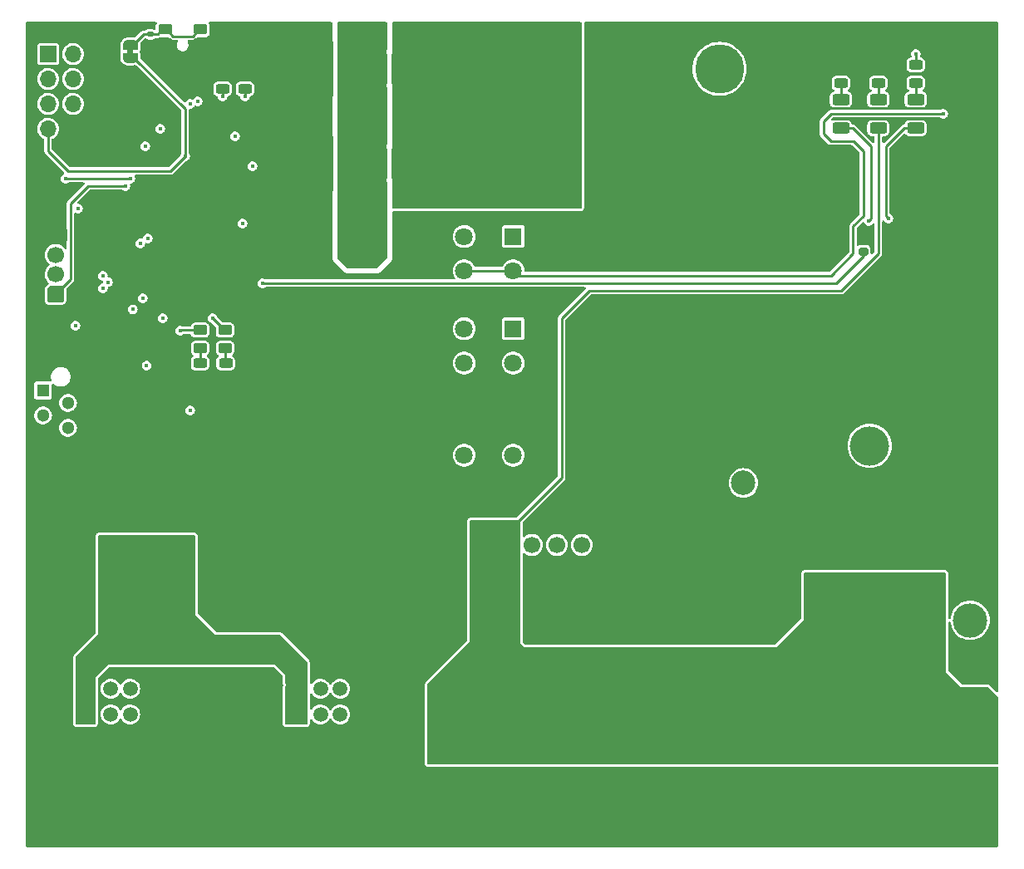
<source format=gtl>
G04 #@! TF.GenerationSoftware,KiCad,Pcbnew,8.0.3*
G04 #@! TF.CreationDate,2024-08-23T22:21:50+02:00*
G04 #@! TF.ProjectId,temp_power_management,74656d70-5f70-46f7-9765-725f6d616e61,rev?*
G04 #@! TF.SameCoordinates,Original*
G04 #@! TF.FileFunction,Copper,L1,Top*
G04 #@! TF.FilePolarity,Positive*
%FSLAX46Y46*%
G04 Gerber Fmt 4.6, Leading zero omitted, Abs format (unit mm)*
G04 Created by KiCad (PCBNEW 8.0.3) date 2024-08-23 22:21:50*
%MOMM*%
%LPD*%
G01*
G04 APERTURE LIST*
G04 Aperture macros list*
%AMRoundRect*
0 Rectangle with rounded corners*
0 $1 Rounding radius*
0 $2 $3 $4 $5 $6 $7 $8 $9 X,Y pos of 4 corners*
0 Add a 4 corners polygon primitive as box body*
4,1,4,$2,$3,$4,$5,$6,$7,$8,$9,$2,$3,0*
0 Add four circle primitives for the rounded corners*
1,1,$1+$1,$2,$3*
1,1,$1+$1,$4,$5*
1,1,$1+$1,$6,$7*
1,1,$1+$1,$8,$9*
0 Add four rect primitives between the rounded corners*
20,1,$1+$1,$2,$3,$4,$5,0*
20,1,$1+$1,$4,$5,$6,$7,0*
20,1,$1+$1,$6,$7,$8,$9,0*
20,1,$1+$1,$8,$9,$2,$3,0*%
%AMOutline5P*
0 Free polygon, 5 corners , with rotation*
0 The origin of the aperture is its center*
0 number of corners: always 5*
0 $1 to $10 corner X, Y*
0 $11 Rotation angle, in degrees counterclockwise*
0 create outline with 5 corners*
4,1,5,$1,$2,$3,$4,$5,$6,$7,$8,$9,$10,$1,$2,$11*%
%AMOutline6P*
0 Free polygon, 6 corners , with rotation*
0 The origin of the aperture is its center*
0 number of corners: always 6*
0 $1 to $12 corner X, Y*
0 $13 Rotation angle, in degrees counterclockwise*
0 create outline with 6 corners*
4,1,6,$1,$2,$3,$4,$5,$6,$7,$8,$9,$10,$11,$12,$1,$2,$13*%
%AMOutline7P*
0 Free polygon, 7 corners , with rotation*
0 The origin of the aperture is its center*
0 number of corners: always 7*
0 $1 to $14 corner X, Y*
0 $15 Rotation angle, in degrees counterclockwise*
0 create outline with 7 corners*
4,1,7,$1,$2,$3,$4,$5,$6,$7,$8,$9,$10,$11,$12,$13,$14,$1,$2,$15*%
%AMOutline8P*
0 Free polygon, 8 corners , with rotation*
0 The origin of the aperture is its center*
0 number of corners: always 8*
0 $1 to $16 corner X, Y*
0 $17 Rotation angle, in degrees counterclockwise*
0 create outline with 8 corners*
4,1,8,$1,$2,$3,$4,$5,$6,$7,$8,$9,$10,$11,$12,$13,$14,$15,$16,$1,$2,$17*%
%AMFreePoly0*
4,1,19,0.500000,-0.750000,0.000000,-0.750000,0.000000,-0.744911,-0.071157,-0.744911,-0.207708,-0.704816,-0.327430,-0.627875,-0.420627,-0.520320,-0.479746,-0.390866,-0.500000,-0.250000,-0.500000,0.250000,-0.479746,0.390866,-0.420627,0.520320,-0.327430,0.627875,-0.207708,0.704816,-0.071157,0.744911,0.000000,0.744911,0.000000,0.750000,0.500000,0.750000,0.500000,-0.750000,0.500000,-0.750000,
$1*%
%AMFreePoly1*
4,1,19,0.000000,0.744911,0.071157,0.744911,0.207708,0.704816,0.327430,0.627875,0.420627,0.520320,0.479746,0.390866,0.500000,0.250000,0.500000,-0.250000,0.479746,-0.390866,0.420627,-0.520320,0.327430,-0.627875,0.207708,-0.704816,0.071157,-0.744911,0.000000,-0.744911,0.000000,-0.750000,-0.500000,-0.750000,-0.500000,0.750000,0.000000,0.750000,0.000000,0.744911,0.000000,0.744911,
$1*%
%AMFreePoly2*
4,1,18,-0.850000,0.510000,-0.510000,0.850000,0.600000,0.850000,0.695671,0.830970,0.776777,0.776777,0.830970,0.695671,0.850000,0.600000,0.850000,-0.600000,0.830970,-0.695671,0.776777,-0.776777,0.695671,-0.830970,0.600000,-0.850000,-0.600000,-0.850000,-0.695671,-0.830970,-0.776777,-0.776777,-0.830970,-0.695671,-0.850000,-0.600000,-0.850000,0.510000,-0.850000,0.510000,$1*%
G04 Aperture macros list end*
G04 #@! TA.AperFunction,EtchedComponent*
%ADD10C,0.000000*%
G04 #@! TD*
G04 #@! TA.AperFunction,ComponentPad*
%ADD11C,0.800000*%
G04 #@! TD*
G04 #@! TA.AperFunction,ComponentPad*
%ADD12C,6.400000*%
G04 #@! TD*
G04 #@! TA.AperFunction,SMDPad,CuDef*
%ADD13RoundRect,0.250000X-0.450000X0.262500X-0.450000X-0.262500X0.450000X-0.262500X0.450000X0.262500X0*%
G04 #@! TD*
G04 #@! TA.AperFunction,SMDPad,CuDef*
%ADD14RoundRect,0.243750X0.456250X-0.243750X0.456250X0.243750X-0.456250X0.243750X-0.456250X-0.243750X0*%
G04 #@! TD*
G04 #@! TA.AperFunction,SMDPad,CuDef*
%ADD15RoundRect,0.243750X-0.456250X0.243750X-0.456250X-0.243750X0.456250X-0.243750X0.456250X0.243750X0*%
G04 #@! TD*
G04 #@! TA.AperFunction,ComponentPad*
%ADD16R,1.800000X1.800000*%
G04 #@! TD*
G04 #@! TA.AperFunction,ComponentPad*
%ADD17C,1.800000*%
G04 #@! TD*
G04 #@! TA.AperFunction,ComponentPad*
%ADD18C,2.500000*%
G04 #@! TD*
G04 #@! TA.AperFunction,ComponentPad*
%ADD19C,4.000000*%
G04 #@! TD*
G04 #@! TA.AperFunction,ComponentPad*
%ADD20C,3.500000*%
G04 #@! TD*
G04 #@! TA.AperFunction,ComponentPad*
%ADD21R,3.800000X3.800000*%
G04 #@! TD*
G04 #@! TA.AperFunction,ComponentPad*
%ADD22C,3.800000*%
G04 #@! TD*
G04 #@! TA.AperFunction,ComponentPad*
%ADD23C,5.000000*%
G04 #@! TD*
G04 #@! TA.AperFunction,ComponentPad*
%ADD24RoundRect,1.500000X1.500000X-1.500000X1.500000X1.500000X-1.500000X1.500000X-1.500000X-1.500000X0*%
G04 #@! TD*
G04 #@! TA.AperFunction,ComponentPad*
%ADD25C,6.000000*%
G04 #@! TD*
G04 #@! TA.AperFunction,ComponentPad*
%ADD26R,1.500000X1.500000*%
G04 #@! TD*
G04 #@! TA.AperFunction,ComponentPad*
%ADD27C,1.500000*%
G04 #@! TD*
G04 #@! TA.AperFunction,ComponentPad*
%ADD28R,1.700000X1.700000*%
G04 #@! TD*
G04 #@! TA.AperFunction,ComponentPad*
%ADD29O,1.700000X1.700000*%
G04 #@! TD*
G04 #@! TA.AperFunction,SMDPad,CuDef*
%ADD30RoundRect,0.250000X-0.625000X0.312500X-0.625000X-0.312500X0.625000X-0.312500X0.625000X0.312500X0*%
G04 #@! TD*
G04 #@! TA.AperFunction,ComponentPad*
%ADD31RoundRect,2.500000X-0.000010X-1.500000X0.000010X-1.500000X0.000010X1.500000X-0.000010X1.500000X0*%
G04 #@! TD*
G04 #@! TA.AperFunction,ComponentPad*
%ADD32RoundRect,2.500000X0.000010X-1.500000X0.000010X1.500000X-0.000010X1.500000X-0.000010X-1.500000X0*%
G04 #@! TD*
G04 #@! TA.AperFunction,ComponentPad*
%ADD33Outline8P,-2.500000X2.750000X-1.250000X4.000000X1.250000X4.000000X2.500000X2.750000X2.500000X-2.750000X1.250000X-4.000000X-1.250000X-4.000000X-2.500000X-2.750000X0.000000*%
G04 #@! TD*
G04 #@! TA.AperFunction,SMDPad,CuDef*
%ADD34RoundRect,0.250000X0.450000X0.275000X-0.450000X0.275000X-0.450000X-0.275000X0.450000X-0.275000X0*%
G04 #@! TD*
G04 #@! TA.AperFunction,SMDPad,CuDef*
%ADD35RoundRect,0.200000X0.275000X-0.200000X0.275000X0.200000X-0.275000X0.200000X-0.275000X-0.200000X0*%
G04 #@! TD*
G04 #@! TA.AperFunction,ComponentPad*
%ADD36R,1.300000X1.300000*%
G04 #@! TD*
G04 #@! TA.AperFunction,ComponentPad*
%ADD37C,1.300000*%
G04 #@! TD*
G04 #@! TA.AperFunction,SMDPad,CuDef*
%ADD38FreePoly0,270.000000*%
G04 #@! TD*
G04 #@! TA.AperFunction,SMDPad,CuDef*
%ADD39FreePoly1,270.000000*%
G04 #@! TD*
G04 #@! TA.AperFunction,SMDPad,CuDef*
%ADD40RoundRect,0.140000X-0.170000X0.140000X-0.170000X-0.140000X0.170000X-0.140000X0.170000X0.140000X0*%
G04 #@! TD*
G04 #@! TA.AperFunction,ComponentPad*
%ADD41FreePoly2,0.000000*%
G04 #@! TD*
G04 #@! TA.AperFunction,ComponentPad*
%ADD42C,1.700000*%
G04 #@! TD*
G04 #@! TA.AperFunction,ComponentPad*
%ADD43RoundRect,0.250000X-0.900000X-0.600000X0.900000X-0.600000X0.900000X0.600000X-0.900000X0.600000X0*%
G04 #@! TD*
G04 #@! TA.AperFunction,ViaPad*
%ADD44C,0.450000*%
G04 #@! TD*
G04 #@! TA.AperFunction,Conductor*
%ADD45C,0.254000*%
G04 #@! TD*
G04 APERTURE END LIST*
D10*
G04 #@! TA.AperFunction,EtchedComponent*
G36*
X110536000Y-62226000D02*
G01*
X109936000Y-62226000D01*
X109936000Y-61726000D01*
X110536000Y-61726000D01*
X110536000Y-62226000D01*
G37*
G04 #@! TD.AperFunction*
D11*
X192672000Y-73152000D03*
X193374944Y-71454944D03*
X193374944Y-74849056D03*
X195072000Y-70752000D03*
D12*
X195072000Y-73152000D03*
D11*
X195072000Y-75552000D03*
X196769056Y-71454944D03*
X196769056Y-74849056D03*
X197472000Y-73152000D03*
D13*
X119888000Y-90377000D03*
X119888000Y-92202000D03*
X117348000Y-90377000D03*
X117348000Y-92202000D03*
D14*
X119949000Y-95621000D03*
X119949000Y-93746000D03*
X117348000Y-95621000D03*
X117348000Y-93746000D03*
D15*
X119634000Y-63911000D03*
X119634000Y-65786000D03*
D16*
X149240000Y-80833000D03*
D17*
X144240000Y-80833000D03*
X149240000Y-84333000D03*
X144240000Y-84333000D03*
D18*
X172694000Y-105949000D03*
X172694000Y-116149000D03*
D19*
X188094000Y-119949000D03*
D20*
X195794000Y-119949000D03*
D19*
X185554000Y-102169000D03*
D15*
X186436000Y-63324500D03*
X186436000Y-65199500D03*
X190246000Y-63324500D03*
X190246000Y-65199500D03*
D21*
X128858000Y-81280000D03*
D22*
X133858000Y-81280000D03*
D23*
X147754000Y-63754000D03*
X170254000Y-63754000D03*
D24*
X145415000Y-138430000D03*
D25*
X145415000Y-131230000D03*
D16*
X149240000Y-90231000D03*
D17*
X144240000Y-90231000D03*
X149240000Y-93731000D03*
X144240000Y-93731000D03*
D26*
X105736000Y-129540000D03*
D27*
X108236000Y-129540000D03*
X110236000Y-129540000D03*
X112736000Y-129540000D03*
X105736000Y-126920000D03*
X108236000Y-126920000D03*
X110236000Y-126920000D03*
X112736000Y-126920000D03*
D20*
X102666000Y-132250000D03*
X115806000Y-132250000D03*
X102666000Y-126570000D03*
X115806000Y-126570000D03*
D28*
X101849000Y-62240000D03*
D29*
X104389000Y-62240000D03*
X101849000Y-64780000D03*
X104389000Y-64780000D03*
X101849000Y-67320000D03*
X104389000Y-67320000D03*
X101849000Y-69860000D03*
X104389000Y-69860000D03*
D24*
X174498000Y-138474000D03*
D25*
X174498000Y-131274000D03*
D24*
X194056000Y-138518000D03*
D25*
X194056000Y-131318000D03*
D30*
X190246000Y-66863500D03*
X190246000Y-69788500D03*
D24*
X184150000Y-138430000D03*
D25*
X184150000Y-131230000D03*
D31*
X139358000Y-73406000D03*
D32*
X133858000Y-73406000D03*
D33*
X128358000Y-73406000D03*
D26*
X127112000Y-129540000D03*
D27*
X129612000Y-129540000D03*
X131612000Y-129540000D03*
X134112000Y-129540000D03*
X127112000Y-126920000D03*
X129612000Y-126920000D03*
X131612000Y-126920000D03*
X134112000Y-126920000D03*
D20*
X124042000Y-132250000D03*
X137182000Y-132250000D03*
X124042000Y-126570000D03*
X137182000Y-126570000D03*
D33*
X128358000Y-63754000D03*
D32*
X133858000Y-63754000D03*
D31*
X139358000Y-63754000D03*
D34*
X117370000Y-61172000D03*
X113770000Y-61172000D03*
X117370000Y-59732000D03*
X113770000Y-59732000D03*
D35*
X184912000Y-82359000D03*
X184912000Y-80709000D03*
D24*
X164846000Y-138430000D03*
D25*
X164846000Y-131230000D03*
D30*
X186436000Y-66863500D03*
X186436000Y-69788500D03*
D15*
X182626000Y-63324500D03*
X182626000Y-65199500D03*
D36*
X101346000Y-96520000D03*
D37*
X103886000Y-97790000D03*
X101346000Y-99060000D03*
X103886000Y-100330000D03*
D38*
X110236000Y-61326000D03*
D39*
X110236000Y-62626000D03*
D16*
X149240000Y-99629000D03*
D17*
X144240000Y-99629000D03*
X149240000Y-103129000D03*
X144240000Y-103129000D03*
D25*
X155194000Y-131230000D03*
D24*
X155194000Y-138430000D03*
D30*
X182626000Y-66863500D03*
X182626000Y-69788500D03*
D40*
X112268000Y-60226000D03*
X112268000Y-61186000D03*
D41*
X102616000Y-86702000D03*
D42*
X102616000Y-84702000D03*
X102616000Y-82702000D03*
D43*
X102616000Y-80702000D03*
X102616000Y-88702000D03*
D28*
X107950000Y-112268000D03*
D42*
X110490000Y-112268000D03*
X113030000Y-112268000D03*
X115570000Y-112268000D03*
X118110000Y-112268000D03*
X120650000Y-112268000D03*
X140970000Y-112268000D03*
X143510000Y-112268000D03*
X146050000Y-112268000D03*
X148590000Y-112268000D03*
X151130000Y-112268000D03*
X153670000Y-112268000D03*
X156210000Y-112268000D03*
D15*
X121920000Y-63911000D03*
X121920000Y-65786000D03*
D44*
X194310000Y-123190000D03*
X194564000Y-116840000D03*
X117094000Y-67056000D03*
X116332000Y-67310000D03*
X116586000Y-69342000D03*
X118872000Y-68834000D03*
X107442000Y-84836000D03*
X107442000Y-86106000D03*
X102870000Y-71374000D03*
X118364000Y-84582000D03*
X114554000Y-84328000D03*
X113792000Y-84328000D03*
X120904000Y-71628000D03*
X120904000Y-70612000D03*
X111760000Y-71628000D03*
X109474000Y-71374000D03*
X109474000Y-73152000D03*
X109728000Y-75692000D03*
X104648000Y-89916000D03*
X119634000Y-66548000D03*
X121920000Y-66548000D03*
X118618000Y-89154000D03*
X115316000Y-90424000D03*
X109474000Y-64008000D03*
X117602000Y-62484000D03*
X112268000Y-62230000D03*
X104394000Y-95758000D03*
X109220000Y-94234000D03*
X107442000Y-94996000D03*
X111252000Y-100076000D03*
X112014000Y-94996000D03*
X116332000Y-94742000D03*
X122682000Y-84582000D03*
X121412000Y-85090000D03*
X119380000Y-85090000D03*
X117602000Y-87376000D03*
X117602000Y-84582000D03*
X117094000Y-81280000D03*
X115570000Y-66548000D03*
X111506000Y-70612000D03*
X177292000Y-71374000D03*
X177292000Y-72136000D03*
X173228000Y-72136000D03*
X180340000Y-94996000D03*
X181864000Y-96774000D03*
X183896000Y-94996000D03*
X177800000Y-95250000D03*
X177546000Y-92710000D03*
X185674000Y-93472000D03*
X185674000Y-92456000D03*
X181102000Y-92456000D03*
X184658000Y-80010000D03*
X185674000Y-81534000D03*
X185674000Y-80010000D03*
X193548000Y-64770000D03*
X192024000Y-67310000D03*
X192532000Y-66548000D03*
X182118000Y-61976000D03*
X183134000Y-61976000D03*
X186944000Y-61976000D03*
X185928000Y-61976000D03*
X184150000Y-74930000D03*
X177292000Y-117602000D03*
X149098000Y-108712000D03*
X150876000Y-109982000D03*
X155194000Y-97282000D03*
X153162000Y-105156000D03*
X155448000Y-78740000D03*
X147828000Y-82550000D03*
X137668000Y-78994000D03*
X169926000Y-89154000D03*
X165279747Y-87833568D03*
X158295723Y-87851475D03*
X154929065Y-89570620D03*
X154982788Y-91791181D03*
X157328704Y-89534804D03*
X161984720Y-89552712D03*
X166624000Y-89662000D03*
X169164000Y-93472000D03*
X177546000Y-119126000D03*
X175260000Y-121666000D03*
X151130000Y-115316000D03*
X151384000Y-121412000D03*
X103886000Y-129286000D03*
X105918000Y-120904000D03*
X108458000Y-125476000D03*
X126746000Y-131572000D03*
X126238000Y-121158000D03*
X129032000Y-125222000D03*
X119634000Y-120396000D03*
X135128000Y-124714000D03*
X133350000Y-125222000D03*
X101854000Y-92202000D03*
X100838000Y-80518000D03*
X109474000Y-86614000D03*
X109474000Y-84836000D03*
X107696000Y-87376000D03*
X108204000Y-88138000D03*
X107696000Y-81026000D03*
X107696000Y-82042000D03*
X121158000Y-77216000D03*
X120142000Y-80264000D03*
X113030000Y-77470000D03*
X118364000Y-73406000D03*
X117856000Y-78232000D03*
X113284000Y-73152000D03*
X115062000Y-70104000D03*
X115062000Y-68834000D03*
X110998000Y-69850000D03*
X122682000Y-73660000D03*
X123698000Y-85598000D03*
X193040000Y-68326000D03*
X185464000Y-79248000D03*
X187452000Y-78994000D03*
X116332000Y-96012000D03*
X116332000Y-98552000D03*
X115824000Y-72644000D03*
X121666000Y-79502000D03*
X104902000Y-77978000D03*
X111887000Y-93980000D03*
X113538000Y-89154000D03*
X110490000Y-88265000D03*
X111506000Y-87122000D03*
X107950000Y-85488000D03*
X111252000Y-81534000D03*
X112014000Y-81026000D03*
X113284000Y-69850000D03*
X188595000Y-59309000D03*
X194945000Y-59309000D03*
X198120000Y-62484000D03*
X197612000Y-116840000D03*
X197612000Y-123190000D03*
X194945000Y-141859000D03*
X188595000Y-65659000D03*
X198374000Y-141859000D03*
X188595000Y-72009000D03*
X198120000Y-76962000D03*
X198374000Y-135509000D03*
X198120000Y-68834000D03*
X188595000Y-141859000D03*
X188595000Y-135509000D03*
X182245000Y-59309000D03*
X112395000Y-59309000D03*
X106045000Y-59309000D03*
X118745000Y-59309000D03*
X99822000Y-59309000D03*
X125095000Y-59309000D03*
X182245000Y-72009000D03*
X175895000Y-72009000D03*
X99822000Y-65659000D03*
X112395000Y-65659000D03*
X99822000Y-72009000D03*
X125095000Y-72009000D03*
X125095000Y-65659000D03*
X163195000Y-135509000D03*
X144145000Y-141859000D03*
X137795000Y-141859000D03*
X137795000Y-129159000D03*
X169545000Y-135509000D03*
X150495000Y-135509000D03*
X150495000Y-141859000D03*
X156845000Y-141859000D03*
X182245000Y-135509000D03*
X137795000Y-135509000D03*
X169545000Y-141859000D03*
X163195000Y-141859000D03*
X175895000Y-141859000D03*
X182245000Y-141859000D03*
X99822000Y-129159000D03*
X112395000Y-135509000D03*
X106045000Y-135509000D03*
X118745000Y-129159000D03*
X118745000Y-135509000D03*
X99822000Y-135509000D03*
X99822000Y-141859000D03*
X106045000Y-141859000D03*
X131445000Y-135509000D03*
X125095000Y-135509000D03*
X118745000Y-141859000D03*
X125095000Y-129159000D03*
X112395000Y-141859000D03*
X125095000Y-141859000D03*
X131445000Y-141859000D03*
X99822000Y-103759000D03*
X112395000Y-110109000D03*
X106045000Y-103759000D03*
X106045000Y-110109000D03*
X112395000Y-103759000D03*
X118745000Y-103759000D03*
X99822000Y-110109000D03*
X99822000Y-122809000D03*
X99822000Y-116459000D03*
X106045000Y-116459000D03*
X131445000Y-110109000D03*
X125095000Y-110109000D03*
X131445000Y-103759000D03*
X118745000Y-116459000D03*
X125095000Y-103759000D03*
X125095000Y-116459000D03*
X131445000Y-116459000D03*
X131445000Y-122809000D03*
X163195000Y-110109000D03*
X156845000Y-103759000D03*
X156845000Y-110109000D03*
X137795000Y-116459000D03*
X169545000Y-103759000D03*
X137795000Y-122809000D03*
X137795000Y-103759000D03*
X156845000Y-116459000D03*
X175895000Y-110109000D03*
X137795000Y-110109000D03*
X169545000Y-116459000D03*
X175895000Y-103759000D03*
X137795000Y-91059000D03*
X144145000Y-97409000D03*
X137795000Y-97409000D03*
X150495000Y-97409000D03*
X137795000Y-84709000D03*
X175895000Y-97409000D03*
X169545000Y-97409000D03*
X163195000Y-97409000D03*
X125095000Y-91059000D03*
X131445000Y-91059000D03*
X131445000Y-97409000D03*
X125095000Y-97409000D03*
X118745000Y-91059000D03*
X118745000Y-97409000D03*
X125095000Y-78359000D03*
X131445000Y-84709000D03*
X125095000Y-84709000D03*
X99822000Y-91059000D03*
X106045000Y-91059000D03*
X99822000Y-97409000D03*
X99822000Y-78359000D03*
X106045000Y-78359000D03*
X99822000Y-84709000D03*
X190246000Y-62230000D03*
X103632000Y-74930000D03*
X110236000Y-74942000D03*
X194945000Y-135509000D03*
X175895000Y-135509000D03*
D45*
X181610000Y-68326000D02*
X193040000Y-68326000D01*
X180848000Y-69088000D02*
X181610000Y-68326000D01*
X180848000Y-70358000D02*
X180848000Y-69088000D01*
X181610000Y-71120000D02*
X180848000Y-70358000D01*
X183896000Y-71120000D02*
X181610000Y-71120000D01*
X183856000Y-79796000D02*
X184912000Y-78740000D01*
X183856000Y-82590000D02*
X183856000Y-79796000D01*
X181610000Y-84836000D02*
X183856000Y-82590000D01*
X184912000Y-78740000D02*
X184912000Y-72136000D01*
X184912000Y-72136000D02*
X183896000Y-71120000D01*
X149743000Y-84836000D02*
X181610000Y-84836000D01*
X149240000Y-84333000D02*
X149743000Y-84836000D01*
X144240000Y-84333000D02*
X149240000Y-84333000D01*
X184912000Y-82804000D02*
X184912000Y-82359000D01*
X182118000Y-85598000D02*
X184912000Y-82804000D01*
X123698000Y-85598000D02*
X182118000Y-85598000D01*
X105918000Y-75692000D02*
X109728000Y-75692000D01*
X104140000Y-85178000D02*
X104140000Y-77470000D01*
X104140000Y-77470000D02*
X105918000Y-75692000D01*
X102616000Y-86702000D02*
X104140000Y-85178000D01*
X119634000Y-66548000D02*
X119634000Y-65786000D01*
X121920000Y-65786000D02*
X121920000Y-66548000D01*
X119841000Y-90377000D02*
X118618000Y-89154000D01*
X119888000Y-90377000D02*
X119841000Y-90377000D01*
X115316000Y-90424000D02*
X115363000Y-90377000D01*
X115363000Y-90377000D02*
X117348000Y-90377000D01*
X119888000Y-93685000D02*
X119949000Y-93746000D01*
X119888000Y-92202000D02*
X119888000Y-93685000D01*
X117348000Y-92202000D02*
X117348000Y-93746000D01*
X111573507Y-60226000D02*
X112268000Y-60226000D01*
X110236000Y-61326000D02*
X110473507Y-61326000D01*
X110473507Y-61326000D02*
X111573507Y-60226000D01*
X113499393Y-59732000D02*
X113770000Y-59732000D01*
X113005393Y-60226000D02*
X113499393Y-59732000D01*
X112268000Y-60226000D02*
X113005393Y-60226000D01*
X113877928Y-59732000D02*
X113770000Y-59732000D01*
X116564036Y-60430036D02*
X114575964Y-60430036D01*
X117262072Y-59732000D02*
X116564036Y-60430036D01*
X117370000Y-59732000D02*
X117262072Y-59732000D01*
X114575964Y-60430036D02*
X113877928Y-59732000D01*
X154178000Y-105410000D02*
X149352000Y-110236000D01*
X154178000Y-89154000D02*
X154178000Y-105410000D01*
X182626000Y-86360000D02*
X156972000Y-86360000D01*
X186436000Y-82550000D02*
X182626000Y-86360000D01*
X156972000Y-86360000D02*
X154178000Y-89154000D01*
X186436000Y-69788500D02*
X186436000Y-82550000D01*
X183834500Y-69788500D02*
X182626000Y-69788500D01*
X185674000Y-79038000D02*
X185674000Y-71628000D01*
X185674000Y-71628000D02*
X183834500Y-69788500D01*
X185464000Y-79248000D02*
X185674000Y-79038000D01*
X189037500Y-69788500D02*
X190246000Y-69788500D01*
X187198000Y-71628000D02*
X189037500Y-69788500D01*
X187452000Y-78994000D02*
X187198000Y-78740000D01*
X187198000Y-78740000D02*
X187198000Y-71628000D01*
X101849000Y-72131000D02*
X101849000Y-69860000D01*
X103886000Y-74168000D02*
X101849000Y-72131000D01*
X114300000Y-74168000D02*
X103886000Y-74168000D01*
X115824000Y-72644000D02*
X114300000Y-74168000D01*
X110224000Y-74930000D02*
X103632000Y-74930000D01*
X110236000Y-74942000D02*
X110224000Y-74930000D01*
X190246000Y-66863500D02*
X190246000Y-65199500D01*
X186436000Y-66863500D02*
X186436000Y-65199500D01*
X182626000Y-66863500D02*
X182626000Y-65199500D01*
X190246000Y-63324500D02*
X190246000Y-62230000D01*
X115824000Y-67818000D02*
X115824000Y-72644000D01*
X110632000Y-62626000D02*
X115824000Y-67818000D01*
X110236000Y-62626000D02*
X110632000Y-62626000D01*
G04 #@! TA.AperFunction,Conductor*
G36*
X156153039Y-58980185D02*
G01*
X156198794Y-59032989D01*
X156210000Y-59084500D01*
X156210000Y-77854000D01*
X156190315Y-77921039D01*
X156137511Y-77966794D01*
X156086000Y-77978000D01*
X137030000Y-77978000D01*
X136962961Y-77958315D01*
X136917206Y-77905511D01*
X136906000Y-77854000D01*
X136906000Y-59084500D01*
X136925685Y-59017461D01*
X136978489Y-58971706D01*
X137030000Y-58960500D01*
X156086000Y-58960500D01*
X156153039Y-58980185D01*
G37*
G04 #@! TD.AperFunction*
G04 #@! TA.AperFunction,Conductor*
G36*
X149872989Y-109747685D02*
G01*
X149918744Y-109800489D01*
X149929950Y-109852052D01*
X149924706Y-122290482D01*
X150401278Y-122681999D01*
X150401279Y-122682000D01*
X150401280Y-122682000D01*
X176022000Y-122682000D01*
X178816000Y-119888000D01*
X178816000Y-115186000D01*
X178835685Y-115118961D01*
X178888489Y-115073206D01*
X178940000Y-115062000D01*
X193170000Y-115062000D01*
X193237039Y-115081685D01*
X193282794Y-115134489D01*
X193294000Y-115186000D01*
X193294000Y-125222000D01*
X194818000Y-126746000D01*
X197560638Y-126746000D01*
X197627677Y-126765685D01*
X197648319Y-126782319D01*
X198635181Y-127769181D01*
X198668666Y-127830504D01*
X198671500Y-127856862D01*
X198671500Y-134496000D01*
X198651815Y-134563039D01*
X198599011Y-134608794D01*
X198547500Y-134620000D01*
X140586000Y-134620000D01*
X140518961Y-134600315D01*
X140473206Y-134547511D01*
X140462000Y-134496000D01*
X140462000Y-126543608D01*
X140481685Y-126476569D01*
X140498614Y-126455632D01*
X144780000Y-122203189D01*
X144772286Y-109852075D01*
X144791929Y-109785026D01*
X144844704Y-109739238D01*
X144896286Y-109728000D01*
X149805950Y-109728000D01*
X149872989Y-109747685D01*
G37*
G04 #@! TD.AperFunction*
G04 #@! TA.AperFunction,Conductor*
G36*
X136341039Y-58980185D02*
G01*
X136386794Y-59032989D01*
X136398000Y-59084500D01*
X136398000Y-61749886D01*
X136396691Y-61767857D01*
X136363852Y-61992047D01*
X136357500Y-62137533D01*
X136357500Y-65370465D01*
X136363852Y-65515951D01*
X136396691Y-65740140D01*
X136398000Y-65758112D01*
X136398000Y-71401886D01*
X136396691Y-71419857D01*
X136363852Y-71644047D01*
X136357500Y-71789533D01*
X136357500Y-75022465D01*
X136363852Y-75167951D01*
X136396691Y-75392140D01*
X136398000Y-75410112D01*
X136398000Y-83006638D01*
X136378315Y-83073677D01*
X136361681Y-83094319D01*
X135418319Y-84037681D01*
X135356996Y-84071166D01*
X135330638Y-84074000D01*
X132385362Y-84074000D01*
X132318323Y-84054315D01*
X132297681Y-84037681D01*
X131354319Y-83094319D01*
X131320834Y-83032996D01*
X131318000Y-83006638D01*
X131318000Y-76377996D01*
X131327439Y-76330543D01*
X131347940Y-76281050D01*
X131358500Y-76196977D01*
X131358499Y-70615025D01*
X131347940Y-70530950D01*
X131344135Y-70521765D01*
X131327439Y-70481455D01*
X131318000Y-70434003D01*
X131318000Y-66725996D01*
X131327439Y-66678543D01*
X131347940Y-66629050D01*
X131358500Y-66544977D01*
X131358499Y-60963025D01*
X131347940Y-60878950D01*
X131344135Y-60869765D01*
X131327439Y-60829455D01*
X131318000Y-60782003D01*
X131318000Y-59084500D01*
X131337685Y-59017461D01*
X131390489Y-58971706D01*
X131442000Y-58960500D01*
X136274000Y-58960500D01*
X136341039Y-58980185D01*
G37*
G04 #@! TD.AperFunction*
G04 #@! TA.AperFunction,Conductor*
G36*
X116783039Y-111271685D02*
G01*
X116828794Y-111324489D01*
X116840000Y-111376000D01*
X116840000Y-119380000D01*
X118872000Y-121412000D01*
X125424638Y-121412000D01*
X125491677Y-121431685D01*
X125512319Y-121448319D01*
X128233681Y-124169681D01*
X128267166Y-124231004D01*
X128270000Y-124257362D01*
X128270000Y-130432000D01*
X128250315Y-130499039D01*
X128197511Y-130544794D01*
X128146000Y-130556000D01*
X126108000Y-130556000D01*
X126040961Y-130536315D01*
X125995206Y-130483511D01*
X125984000Y-130432000D01*
X125984000Y-127067327D01*
X125986834Y-127040968D01*
X126001353Y-126974228D01*
X126027196Y-126855428D01*
X126047610Y-126570000D01*
X126027196Y-126284572D01*
X125986834Y-126099029D01*
X125984000Y-126072671D01*
X125984000Y-125476000D01*
X124968000Y-124460000D01*
X107950000Y-124460000D01*
X107949999Y-124460000D01*
X106680000Y-125729999D01*
X106680000Y-130432000D01*
X106660315Y-130499039D01*
X106607511Y-130544794D01*
X106556000Y-130556000D01*
X104772000Y-130556000D01*
X104704961Y-130536315D01*
X104659206Y-130483511D01*
X104648000Y-130432000D01*
X104648000Y-126883449D01*
X104650835Y-126857088D01*
X104651195Y-126855431D01*
X104651196Y-126855427D01*
X104671610Y-126570001D01*
X104671610Y-126569998D01*
X104656695Y-126361462D01*
X104651196Y-126284572D01*
X104650833Y-126282907D01*
X104648000Y-126256548D01*
X104648000Y-123749362D01*
X104667685Y-123682323D01*
X104684319Y-123661681D01*
X106934000Y-121412000D01*
X106934000Y-111376000D01*
X106953685Y-111308961D01*
X107006489Y-111263206D01*
X107058000Y-111252000D01*
X116716000Y-111252000D01*
X116783039Y-111271685D01*
G37*
G04 #@! TD.AperFunction*
G04 #@! TA.AperFunction,Conductor*
G36*
X112880795Y-58980185D02*
G01*
X112926550Y-59032989D01*
X112936494Y-59102147D01*
X112913024Y-59158809D01*
X112872660Y-59212729D01*
X112872659Y-59212731D01*
X112872658Y-59212733D01*
X112821960Y-59348658D01*
X112821959Y-59348662D01*
X112815500Y-59408728D01*
X112815500Y-59633239D01*
X112795815Y-59700278D01*
X112743011Y-59746033D01*
X112673853Y-59755977D01*
X112635205Y-59743724D01*
X112561423Y-59706130D01*
X112469045Y-59691500D01*
X112066956Y-59691500D01*
X111987204Y-59704131D01*
X111974573Y-59706132D01*
X111863229Y-59762865D01*
X111863228Y-59762866D01*
X111863224Y-59762868D01*
X111817914Y-59808180D01*
X111756591Y-59841666D01*
X111730232Y-59844500D01*
X111523282Y-59844500D01*
X111426254Y-59870498D01*
X111339257Y-59920726D01*
X110718120Y-60541862D01*
X110656797Y-60575347D01*
X110612792Y-60576919D01*
X110562520Y-60569691D01*
X110522931Y-60563999D01*
X110449070Y-60563999D01*
X110449066Y-60563999D01*
X110440451Y-60565238D01*
X110422806Y-60566500D01*
X110049194Y-60566500D01*
X110031549Y-60565238D01*
X110022933Y-60563999D01*
X110022930Y-60563999D01*
X109949069Y-60563999D01*
X109806758Y-60584459D01*
X109806753Y-60584461D01*
X109735879Y-60605272D01*
X109605105Y-60664995D01*
X109605094Y-60665001D01*
X109542969Y-60704927D01*
X109542953Y-60704938D01*
X109434301Y-60799085D01*
X109434299Y-60799088D01*
X109385938Y-60854898D01*
X109385932Y-60854906D01*
X109308203Y-60975854D01*
X109308198Y-60975864D01*
X109277516Y-61043049D01*
X109277514Y-61043055D01*
X109237013Y-61180993D01*
X109237009Y-61181009D01*
X109226500Y-61254110D01*
X109226500Y-61826004D01*
X109246252Y-61925306D01*
X109247596Y-61928550D01*
X109248416Y-61936187D01*
X109248635Y-61937284D01*
X109248536Y-61937303D01*
X109255063Y-61998020D01*
X109247596Y-62023450D01*
X109246252Y-62026693D01*
X109226500Y-62125995D01*
X109226500Y-62697889D01*
X109237009Y-62770990D01*
X109237013Y-62771006D01*
X109277514Y-62908944D01*
X109277516Y-62908950D01*
X109308198Y-62976135D01*
X109308203Y-62976145D01*
X109385932Y-63097093D01*
X109385938Y-63097101D01*
X109434299Y-63152911D01*
X109434301Y-63152914D01*
X109542953Y-63247061D01*
X109542960Y-63247066D01*
X109542965Y-63247070D01*
X109584066Y-63273484D01*
X109605094Y-63286998D01*
X109605105Y-63287004D01*
X109735879Y-63346727D01*
X109735880Y-63346727D01*
X109735884Y-63346729D01*
X109806754Y-63367539D01*
X109806756Y-63367539D01*
X109806758Y-63367540D01*
X109849193Y-63373640D01*
X109949069Y-63388001D01*
X109949070Y-63388001D01*
X110022927Y-63388001D01*
X110022930Y-63388001D01*
X110029197Y-63387099D01*
X110031549Y-63386762D01*
X110049194Y-63385500D01*
X110422806Y-63385500D01*
X110440451Y-63386762D01*
X110443332Y-63387176D01*
X110449070Y-63388001D01*
X110449073Y-63388001D01*
X110522930Y-63388001D01*
X110522931Y-63388001D01*
X110637165Y-63371576D01*
X110665241Y-63367540D01*
X110665242Y-63367539D01*
X110665246Y-63367539D01*
X110725115Y-63349958D01*
X110794984Y-63349958D01*
X110847732Y-63381255D01*
X115406181Y-67939704D01*
X115439666Y-68001027D01*
X115442500Y-68027385D01*
X115442500Y-72305809D01*
X115422815Y-72372848D01*
X115419990Y-72376620D01*
X115416470Y-72382099D01*
X115359191Y-72507521D01*
X115354693Y-72538808D01*
X115325667Y-72602363D01*
X115319636Y-72608840D01*
X114178296Y-73750181D01*
X114116973Y-73783666D01*
X114090615Y-73786500D01*
X104095385Y-73786500D01*
X104028346Y-73766815D01*
X104007704Y-73750181D01*
X102266819Y-72009296D01*
X102233334Y-71947973D01*
X102230500Y-71921615D01*
X102230500Y-71628000D01*
X111275569Y-71628000D01*
X111295191Y-71764478D01*
X111295192Y-71764480D01*
X111352468Y-71889899D01*
X111352470Y-71889901D01*
X111352471Y-71889903D01*
X111442765Y-71994109D01*
X111558760Y-72068654D01*
X111558762Y-72068654D01*
X111558763Y-72068655D01*
X111691057Y-72107500D01*
X111691058Y-72107500D01*
X111828942Y-72107500D01*
X111961240Y-72068654D01*
X112077235Y-71994109D01*
X112167529Y-71889903D01*
X112224808Y-71764480D01*
X112244431Y-71628000D01*
X112224808Y-71491520D01*
X112180159Y-71393753D01*
X112167531Y-71366100D01*
X112167529Y-71366098D01*
X112167529Y-71366097D01*
X112077235Y-71261891D01*
X111961240Y-71187346D01*
X111961238Y-71187345D01*
X111961236Y-71187344D01*
X111828943Y-71148500D01*
X111828942Y-71148500D01*
X111691058Y-71148500D01*
X111691057Y-71148500D01*
X111558763Y-71187344D01*
X111442764Y-71261891D01*
X111352471Y-71366097D01*
X111352468Y-71366100D01*
X111295192Y-71491519D01*
X111295191Y-71491521D01*
X111275569Y-71628000D01*
X102230500Y-71628000D01*
X102230500Y-70981634D01*
X102250185Y-70914595D01*
X102302989Y-70868840D01*
X102309708Y-70866007D01*
X102343418Y-70852948D01*
X102343422Y-70852945D01*
X102343427Y-70852944D01*
X102517462Y-70745186D01*
X102668732Y-70607285D01*
X102792088Y-70443935D01*
X102883328Y-70260701D01*
X102939345Y-70063821D01*
X102958232Y-69860000D01*
X102957305Y-69850000D01*
X112799569Y-69850000D01*
X112819191Y-69986478D01*
X112819192Y-69986480D01*
X112876468Y-70111899D01*
X112876470Y-70111901D01*
X112876471Y-70111903D01*
X112966765Y-70216109D01*
X113082760Y-70290654D01*
X113082762Y-70290654D01*
X113082763Y-70290655D01*
X113215057Y-70329500D01*
X113215058Y-70329500D01*
X113352942Y-70329500D01*
X113485240Y-70290654D01*
X113601235Y-70216109D01*
X113691529Y-70111903D01*
X113748808Y-69986480D01*
X113768431Y-69850000D01*
X113748808Y-69713520D01*
X113722283Y-69655439D01*
X113691531Y-69588100D01*
X113691529Y-69588098D01*
X113691529Y-69588097D01*
X113601235Y-69483891D01*
X113485240Y-69409346D01*
X113485238Y-69409345D01*
X113485236Y-69409344D01*
X113352943Y-69370500D01*
X113352942Y-69370500D01*
X113215058Y-69370500D01*
X113215057Y-69370500D01*
X113082763Y-69409344D01*
X112966764Y-69483891D01*
X112876471Y-69588097D01*
X112876468Y-69588100D01*
X112819192Y-69713519D01*
X112819191Y-69713521D01*
X112799569Y-69850000D01*
X102957305Y-69850000D01*
X102939345Y-69656179D01*
X102883328Y-69459299D01*
X102792088Y-69276065D01*
X102668732Y-69112715D01*
X102668730Y-69112712D01*
X102517462Y-68974814D01*
X102517460Y-68974812D01*
X102343430Y-68867057D01*
X102343424Y-68867054D01*
X102184533Y-68805500D01*
X102152556Y-68793112D01*
X101951347Y-68755500D01*
X101746653Y-68755500D01*
X101545444Y-68793112D01*
X101545441Y-68793112D01*
X101545441Y-68793113D01*
X101354575Y-68867054D01*
X101354569Y-68867057D01*
X101180539Y-68974812D01*
X101180537Y-68974814D01*
X101029269Y-69112712D01*
X100905912Y-69276064D01*
X100814673Y-69459295D01*
X100758654Y-69656183D01*
X100739768Y-69859999D01*
X100739768Y-69860000D01*
X100758654Y-70063816D01*
X100758654Y-70063818D01*
X100758655Y-70063821D01*
X100807728Y-70236296D01*
X100814673Y-70260704D01*
X100905912Y-70443935D01*
X101029269Y-70607287D01*
X101180537Y-70745185D01*
X101180539Y-70745187D01*
X101354569Y-70852942D01*
X101354581Y-70852948D01*
X101388292Y-70866007D01*
X101443694Y-70908579D01*
X101467286Y-70974345D01*
X101467500Y-70981634D01*
X101467500Y-72181224D01*
X101493498Y-72278252D01*
X101493498Y-72278253D01*
X101497435Y-72285070D01*
X101497438Y-72285082D01*
X101497441Y-72285081D01*
X101543723Y-72365245D01*
X101543725Y-72365248D01*
X103467216Y-74288739D01*
X103500701Y-74350062D01*
X103495717Y-74419754D01*
X103453845Y-74475687D01*
X103431061Y-74489208D01*
X103430767Y-74489342D01*
X103430761Y-74489345D01*
X103430760Y-74489346D01*
X103380086Y-74521911D01*
X103314764Y-74563891D01*
X103224471Y-74668097D01*
X103224468Y-74668100D01*
X103167192Y-74793519D01*
X103167191Y-74793521D01*
X103147569Y-74930000D01*
X103167191Y-75066478D01*
X103167192Y-75066480D01*
X103224468Y-75191899D01*
X103224470Y-75191901D01*
X103224471Y-75191903D01*
X103314765Y-75296109D01*
X103430760Y-75370654D01*
X103430762Y-75370654D01*
X103430763Y-75370655D01*
X103563057Y-75409500D01*
X103563058Y-75409500D01*
X103700942Y-75409500D01*
X103833240Y-75370654D01*
X103894657Y-75331183D01*
X103961695Y-75311500D01*
X105459615Y-75311500D01*
X105526654Y-75331185D01*
X105572409Y-75383989D01*
X105582353Y-75453147D01*
X105553328Y-75516703D01*
X105547296Y-75523181D01*
X103834725Y-77235751D01*
X103834723Y-77235754D01*
X103784499Y-77322745D01*
X103784499Y-77322746D01*
X103758500Y-77419775D01*
X103758500Y-77419777D01*
X103758500Y-82012163D01*
X103738815Y-82079202D01*
X103686011Y-82124957D01*
X103616853Y-82134901D01*
X103553297Y-82105876D01*
X103535546Y-82086890D01*
X103435730Y-81954712D01*
X103284462Y-81816814D01*
X103284460Y-81816812D01*
X103110430Y-81709057D01*
X103110424Y-81709054D01*
X102943719Y-81644473D01*
X102919556Y-81635112D01*
X102718347Y-81597500D01*
X102513653Y-81597500D01*
X102312444Y-81635112D01*
X102312441Y-81635112D01*
X102312441Y-81635113D01*
X102121575Y-81709054D01*
X102121569Y-81709057D01*
X101947539Y-81816812D01*
X101947537Y-81816814D01*
X101796269Y-81954712D01*
X101672912Y-82118064D01*
X101581673Y-82301295D01*
X101581672Y-82301299D01*
X101534158Y-82468296D01*
X101525654Y-82498183D01*
X101506768Y-82701999D01*
X101506768Y-82702000D01*
X101525654Y-82905816D01*
X101525654Y-82905818D01*
X101525655Y-82905821D01*
X101569719Y-83060689D01*
X101581673Y-83102704D01*
X101672912Y-83285935D01*
X101796269Y-83449287D01*
X101947537Y-83587185D01*
X101947538Y-83587186D01*
X101962699Y-83596574D01*
X102009334Y-83648603D01*
X102020437Y-83717585D01*
X101992483Y-83781619D01*
X101962699Y-83807426D01*
X101947538Y-83816813D01*
X101947537Y-83816814D01*
X101796269Y-83954712D01*
X101672912Y-84118064D01*
X101581673Y-84301295D01*
X101525654Y-84498183D01*
X101506768Y-84701999D01*
X101506768Y-84702000D01*
X101525654Y-84905816D01*
X101525654Y-84905818D01*
X101525655Y-84905821D01*
X101554159Y-85006001D01*
X101581673Y-85102704D01*
X101672912Y-85285935D01*
X101796267Y-85449284D01*
X101884710Y-85529911D01*
X101920991Y-85589623D01*
X101919230Y-85659470D01*
X101888852Y-85709229D01*
X101568317Y-86029764D01*
X101526265Y-86092701D01*
X101526264Y-86092701D01*
X101511500Y-86166928D01*
X101511500Y-87350251D01*
X101511501Y-87350257D01*
X101517960Y-87410344D01*
X101568655Y-87546261D01*
X101568656Y-87546264D01*
X101568658Y-87546267D01*
X101580925Y-87562654D01*
X101655595Y-87662404D01*
X101713443Y-87705707D01*
X101771733Y-87749342D01*
X101907658Y-87800040D01*
X101967745Y-87806500D01*
X103264254Y-87806499D01*
X103324342Y-87800040D01*
X103460267Y-87749342D01*
X103576404Y-87662404D01*
X103663342Y-87546267D01*
X103714040Y-87410342D01*
X103716883Y-87383899D01*
X103720499Y-87350271D01*
X103720499Y-87350264D01*
X103720500Y-87350255D01*
X103720500Y-87122000D01*
X111021569Y-87122000D01*
X111041191Y-87258478D01*
X111041192Y-87258480D01*
X111098468Y-87383899D01*
X111098470Y-87383901D01*
X111098471Y-87383903D01*
X111188765Y-87488109D01*
X111304760Y-87562654D01*
X111304762Y-87562654D01*
X111304763Y-87562655D01*
X111437057Y-87601500D01*
X111437058Y-87601500D01*
X111574942Y-87601500D01*
X111707240Y-87562654D01*
X111823235Y-87488109D01*
X111913529Y-87383903D01*
X111970808Y-87258480D01*
X111990431Y-87122000D01*
X111970808Y-86985520D01*
X111944283Y-86927439D01*
X111913531Y-86860100D01*
X111913529Y-86860098D01*
X111913529Y-86860097D01*
X111823235Y-86755891D01*
X111707240Y-86681346D01*
X111707238Y-86681345D01*
X111707236Y-86681344D01*
X111574943Y-86642500D01*
X111574942Y-86642500D01*
X111437058Y-86642500D01*
X111437057Y-86642500D01*
X111304763Y-86681344D01*
X111188764Y-86755891D01*
X111098471Y-86860097D01*
X111098468Y-86860100D01*
X111041192Y-86985519D01*
X111041191Y-86985521D01*
X111021569Y-87122000D01*
X103720500Y-87122000D01*
X103720499Y-86188383D01*
X103740184Y-86121345D01*
X103756814Y-86100707D01*
X104364037Y-85493483D01*
X104364042Y-85493480D01*
X104374245Y-85483276D01*
X104374247Y-85483276D01*
X104445276Y-85412247D01*
X104495501Y-85325254D01*
X104521500Y-85228225D01*
X104521500Y-84836000D01*
X106957569Y-84836000D01*
X106977191Y-84972478D01*
X106977192Y-84972480D01*
X107034468Y-85097899D01*
X107034470Y-85097901D01*
X107034471Y-85097903D01*
X107124765Y-85202109D01*
X107240760Y-85276654D01*
X107240762Y-85276654D01*
X107240763Y-85276655D01*
X107381568Y-85317999D01*
X107380575Y-85321380D01*
X107428781Y-85343376D01*
X107466575Y-85402142D01*
X107470347Y-85454761D01*
X107465569Y-85487997D01*
X107465569Y-85488001D01*
X107465637Y-85488474D01*
X107465569Y-85488946D01*
X107465569Y-85496869D01*
X107464430Y-85496869D01*
X107455693Y-85557633D01*
X107409937Y-85610436D01*
X107377834Y-85625097D01*
X107240763Y-85665344D01*
X107124764Y-85739891D01*
X107034471Y-85844097D01*
X107034468Y-85844100D01*
X106977192Y-85969519D01*
X106977191Y-85969521D01*
X106957569Y-86106000D01*
X106977191Y-86242478D01*
X106977192Y-86242480D01*
X107034468Y-86367899D01*
X107034470Y-86367901D01*
X107034471Y-86367903D01*
X107124765Y-86472109D01*
X107240760Y-86546654D01*
X107240762Y-86546654D01*
X107240763Y-86546655D01*
X107373057Y-86585500D01*
X107373058Y-86585500D01*
X107510942Y-86585500D01*
X107643240Y-86546654D01*
X107759235Y-86472109D01*
X107849529Y-86367903D01*
X107906808Y-86242480D01*
X107926431Y-86106000D01*
X107926364Y-86105535D01*
X107926431Y-86105069D01*
X107926431Y-86097131D01*
X107927572Y-86097131D01*
X107936301Y-86036377D01*
X107982052Y-85983569D01*
X108014166Y-85968902D01*
X108018941Y-85967500D01*
X108018942Y-85967500D01*
X108151240Y-85928654D01*
X108267235Y-85854109D01*
X108357529Y-85749903D01*
X108364573Y-85734480D01*
X108376104Y-85709229D01*
X108414808Y-85624480D01*
X108434431Y-85488000D01*
X108414808Y-85351520D01*
X108380618Y-85276654D01*
X108357531Y-85226100D01*
X108357529Y-85226098D01*
X108357529Y-85226097D01*
X108267235Y-85121891D01*
X108151240Y-85047346D01*
X108151238Y-85047345D01*
X108151236Y-85047344D01*
X108010432Y-85006001D01*
X108011420Y-85002633D01*
X107963138Y-84980553D01*
X107925394Y-84921755D01*
X107921652Y-84869235D01*
X107926431Y-84836000D01*
X107906808Y-84699520D01*
X107880283Y-84641439D01*
X107849531Y-84574100D01*
X107849529Y-84574098D01*
X107849529Y-84574097D01*
X107759235Y-84469891D01*
X107643240Y-84395346D01*
X107643238Y-84395345D01*
X107643236Y-84395344D01*
X107510943Y-84356500D01*
X107510942Y-84356500D01*
X107373058Y-84356500D01*
X107373057Y-84356500D01*
X107240763Y-84395344D01*
X107124764Y-84469891D01*
X107034471Y-84574097D01*
X107034468Y-84574100D01*
X106977192Y-84699519D01*
X106977191Y-84699521D01*
X106957569Y-84836000D01*
X104521500Y-84836000D01*
X104521500Y-81534000D01*
X110767569Y-81534000D01*
X110787191Y-81670478D01*
X110787192Y-81670480D01*
X110844468Y-81795899D01*
X110844470Y-81795901D01*
X110844471Y-81795903D01*
X110934765Y-81900109D01*
X111050760Y-81974654D01*
X111050762Y-81974654D01*
X111050763Y-81974655D01*
X111183057Y-82013500D01*
X111183058Y-82013500D01*
X111320942Y-82013500D01*
X111453240Y-81974654D01*
X111569235Y-81900109D01*
X111659529Y-81795903D01*
X111716808Y-81670480D01*
X111728447Y-81589522D01*
X111757471Y-81525969D01*
X111816249Y-81488194D01*
X111886119Y-81488194D01*
X111945058Y-81505500D01*
X112082942Y-81505500D01*
X112215240Y-81466654D01*
X112331235Y-81392109D01*
X112421529Y-81287903D01*
X112478808Y-81162480D01*
X112498431Y-81026000D01*
X112478808Y-80889520D01*
X112452283Y-80831439D01*
X112421531Y-80764100D01*
X112421529Y-80764098D01*
X112421529Y-80764097D01*
X112331235Y-80659891D01*
X112215240Y-80585346D01*
X112215238Y-80585345D01*
X112215236Y-80585344D01*
X112082943Y-80546500D01*
X112082942Y-80546500D01*
X111945058Y-80546500D01*
X111945057Y-80546500D01*
X111812763Y-80585344D01*
X111696764Y-80659891D01*
X111606471Y-80764097D01*
X111606468Y-80764100D01*
X111549192Y-80889519D01*
X111549191Y-80889522D01*
X111537552Y-80970475D01*
X111508527Y-81034031D01*
X111449749Y-81071805D01*
X111379880Y-81071805D01*
X111320944Y-81054500D01*
X111320942Y-81054500D01*
X111183058Y-81054500D01*
X111183057Y-81054500D01*
X111050763Y-81093344D01*
X110934764Y-81167891D01*
X110844471Y-81272097D01*
X110844468Y-81272100D01*
X110787192Y-81397519D01*
X110787191Y-81397521D01*
X110767569Y-81534000D01*
X104521500Y-81534000D01*
X104521500Y-79502000D01*
X121181569Y-79502000D01*
X121201191Y-79638478D01*
X121201192Y-79638480D01*
X121258468Y-79763899D01*
X121258470Y-79763901D01*
X121258471Y-79763903D01*
X121348765Y-79868109D01*
X121464760Y-79942654D01*
X121464762Y-79942654D01*
X121464763Y-79942655D01*
X121597057Y-79981500D01*
X121597058Y-79981500D01*
X121734942Y-79981500D01*
X121867240Y-79942654D01*
X121983235Y-79868109D01*
X122073529Y-79763903D01*
X122130808Y-79638480D01*
X122150431Y-79502000D01*
X122130808Y-79365520D01*
X122104283Y-79307439D01*
X122073531Y-79240100D01*
X122073529Y-79240098D01*
X122073529Y-79240097D01*
X121983235Y-79135891D01*
X121867240Y-79061346D01*
X121867238Y-79061345D01*
X121867236Y-79061344D01*
X121734943Y-79022500D01*
X121734942Y-79022500D01*
X121597058Y-79022500D01*
X121597057Y-79022500D01*
X121464763Y-79061344D01*
X121348764Y-79135891D01*
X121258471Y-79240097D01*
X121258468Y-79240100D01*
X121201192Y-79365519D01*
X121201191Y-79365521D01*
X121181569Y-79502000D01*
X104521500Y-79502000D01*
X104521500Y-78529736D01*
X104541185Y-78462697D01*
X104593989Y-78416942D01*
X104663147Y-78406998D01*
X104697018Y-78416945D01*
X104700757Y-78418652D01*
X104700760Y-78418654D01*
X104766909Y-78438077D01*
X104833057Y-78457500D01*
X104833058Y-78457500D01*
X104970942Y-78457500D01*
X105103240Y-78418654D01*
X105219235Y-78344109D01*
X105309529Y-78239903D01*
X105310627Y-78237500D01*
X105321809Y-78213013D01*
X105366808Y-78114480D01*
X105386431Y-77978000D01*
X105366808Y-77841520D01*
X105340283Y-77783439D01*
X105309531Y-77716100D01*
X105309529Y-77716098D01*
X105309529Y-77716097D01*
X105219235Y-77611891D01*
X105103240Y-77537346D01*
X105103238Y-77537345D01*
X105103236Y-77537344D01*
X104970943Y-77498500D01*
X104970942Y-77498500D01*
X104950385Y-77498500D01*
X104883346Y-77478815D01*
X104837591Y-77426011D01*
X104827647Y-77356853D01*
X104856672Y-77293297D01*
X104862704Y-77286819D01*
X106039704Y-76109819D01*
X106101027Y-76076334D01*
X106127385Y-76073500D01*
X109398305Y-76073500D01*
X109465342Y-76093183D01*
X109526760Y-76132654D01*
X109526762Y-76132654D01*
X109526763Y-76132655D01*
X109659057Y-76171500D01*
X109659058Y-76171500D01*
X109796942Y-76171500D01*
X109929240Y-76132654D01*
X110045235Y-76058109D01*
X110135529Y-75953903D01*
X110192808Y-75828480D01*
X110212431Y-75692000D01*
X110193847Y-75562747D01*
X110203791Y-75493590D01*
X110249545Y-75440786D01*
X110298941Y-75422363D01*
X110304941Y-75421500D01*
X110304942Y-75421500D01*
X110437240Y-75382654D01*
X110553235Y-75308109D01*
X110643529Y-75203903D01*
X110700808Y-75078480D01*
X110720431Y-74942000D01*
X110700808Y-74805520D01*
X110664039Y-74725009D01*
X110654097Y-74655853D01*
X110683122Y-74592297D01*
X110741901Y-74554523D01*
X110776835Y-74549500D01*
X114350222Y-74549500D01*
X114350225Y-74549500D01*
X114447254Y-74523501D01*
X114534247Y-74473276D01*
X114605276Y-74402247D01*
X114605276Y-74402246D01*
X115347521Y-73660000D01*
X122197569Y-73660000D01*
X122217191Y-73796478D01*
X122217192Y-73796480D01*
X122274468Y-73921899D01*
X122274470Y-73921901D01*
X122274471Y-73921903D01*
X122364765Y-74026109D01*
X122480760Y-74100654D01*
X122480762Y-74100654D01*
X122480763Y-74100655D01*
X122613057Y-74139500D01*
X122613058Y-74139500D01*
X122750942Y-74139500D01*
X122883240Y-74100654D01*
X122999235Y-74026109D01*
X123089529Y-73921903D01*
X123146808Y-73796480D01*
X123166431Y-73660000D01*
X123146808Y-73523520D01*
X123120283Y-73465439D01*
X123089531Y-73398100D01*
X123089529Y-73398098D01*
X123089529Y-73398097D01*
X122999235Y-73293891D01*
X122883240Y-73219346D01*
X122883238Y-73219345D01*
X122883236Y-73219344D01*
X122750943Y-73180500D01*
X122750942Y-73180500D01*
X122613058Y-73180500D01*
X122613057Y-73180500D01*
X122480763Y-73219344D01*
X122364764Y-73293891D01*
X122274471Y-73398097D01*
X122274468Y-73398100D01*
X122217192Y-73523519D01*
X122217191Y-73523521D01*
X122197569Y-73660000D01*
X115347521Y-73660000D01*
X115857936Y-73149585D01*
X115910679Y-73118291D01*
X116025240Y-73084654D01*
X116141235Y-73010109D01*
X116231529Y-72905903D01*
X116288808Y-72780480D01*
X116308431Y-72644000D01*
X116288808Y-72507520D01*
X116231529Y-72382097D01*
X116231524Y-72382091D01*
X116226734Y-72374637D01*
X116229362Y-72372947D01*
X116206761Y-72323449D01*
X116205500Y-72305809D01*
X116205500Y-70612000D01*
X120419569Y-70612000D01*
X120439191Y-70748478D01*
X120439192Y-70748480D01*
X120496468Y-70873899D01*
X120496470Y-70873901D01*
X120496471Y-70873903D01*
X120574709Y-70964196D01*
X120583503Y-70974345D01*
X120586765Y-70978109D01*
X120702760Y-71052654D01*
X120702762Y-71052654D01*
X120702763Y-71052655D01*
X120835057Y-71091500D01*
X120835058Y-71091500D01*
X120972942Y-71091500D01*
X121105240Y-71052654D01*
X121221235Y-70978109D01*
X121311529Y-70873903D01*
X121368808Y-70748480D01*
X121388431Y-70612000D01*
X121368808Y-70475520D01*
X121321577Y-70372098D01*
X121311531Y-70350100D01*
X121311529Y-70350098D01*
X121311529Y-70350097D01*
X121221235Y-70245891D01*
X121105240Y-70171346D01*
X121105238Y-70171345D01*
X121105236Y-70171344D01*
X120972943Y-70132500D01*
X120972942Y-70132500D01*
X120835058Y-70132500D01*
X120835057Y-70132500D01*
X120702763Y-70171344D01*
X120586764Y-70245891D01*
X120496471Y-70350097D01*
X120496468Y-70350100D01*
X120439192Y-70475519D01*
X120439191Y-70475521D01*
X120419569Y-70612000D01*
X116205500Y-70612000D01*
X116205500Y-67913500D01*
X116225185Y-67846461D01*
X116277989Y-67800706D01*
X116329500Y-67789500D01*
X116400942Y-67789500D01*
X116533240Y-67750654D01*
X116649235Y-67676109D01*
X116739529Y-67571903D01*
X116743311Y-67563619D01*
X116789062Y-67510815D01*
X116856100Y-67491127D01*
X116891042Y-67496150D01*
X117025057Y-67535500D01*
X117025058Y-67535500D01*
X117162942Y-67535500D01*
X117295240Y-67496654D01*
X117411235Y-67422109D01*
X117501529Y-67317903D01*
X117558808Y-67192480D01*
X117578431Y-67056000D01*
X117558808Y-66919520D01*
X117518154Y-66830500D01*
X117501531Y-66794100D01*
X117501529Y-66794098D01*
X117501529Y-66794097D01*
X117411235Y-66689891D01*
X117295240Y-66615346D01*
X117295238Y-66615345D01*
X117295236Y-66615344D01*
X117162943Y-66576500D01*
X117162942Y-66576500D01*
X117025058Y-66576500D01*
X117025057Y-66576500D01*
X116892763Y-66615344D01*
X116776764Y-66689891D01*
X116686471Y-66794097D01*
X116686468Y-66794100D01*
X116682682Y-66802391D01*
X116636923Y-66855192D01*
X116569882Y-66874872D01*
X116534957Y-66869849D01*
X116400944Y-66830500D01*
X116400942Y-66830500D01*
X116263058Y-66830500D01*
X116263057Y-66830500D01*
X116130763Y-66869344D01*
X116014764Y-66943891D01*
X115924471Y-67048097D01*
X115924470Y-67048098D01*
X115894936Y-67112769D01*
X115849181Y-67165573D01*
X115782142Y-67185257D01*
X115715102Y-67165572D01*
X115694461Y-67148938D01*
X114040114Y-65494591D01*
X118679500Y-65494591D01*
X118679500Y-65494598D01*
X118679500Y-65494599D01*
X118679500Y-66077406D01*
X118679501Y-66077412D01*
X118685879Y-66136750D01*
X118735947Y-66270988D01*
X118735949Y-66270991D01*
X118821811Y-66385689D01*
X118936508Y-66471550D01*
X118936511Y-66471552D01*
X119078017Y-66524331D01*
X119077110Y-66526761D01*
X119126902Y-66555094D01*
X119159307Y-66616995D01*
X119160435Y-66623577D01*
X119169191Y-66684477D01*
X119169192Y-66684480D01*
X119226468Y-66809899D01*
X119226470Y-66809901D01*
X119226471Y-66809903D01*
X119316765Y-66914109D01*
X119432760Y-66988654D01*
X119432762Y-66988654D01*
X119432763Y-66988655D01*
X119565057Y-67027500D01*
X119565058Y-67027500D01*
X119702942Y-67027500D01*
X119835240Y-66988654D01*
X119951235Y-66914109D01*
X120041529Y-66809903D01*
X120098808Y-66684480D01*
X120107564Y-66623576D01*
X120136588Y-66560022D01*
X120190396Y-66525441D01*
X120189982Y-66524331D01*
X120195084Y-66522427D01*
X120195366Y-66522247D01*
X120196065Y-66522061D01*
X120197246Y-66521620D01*
X120197250Y-66521620D01*
X120331491Y-66471551D01*
X120446189Y-66385689D01*
X120532051Y-66270991D01*
X120582120Y-66136750D01*
X120588500Y-66077409D01*
X120588499Y-65494592D01*
X120588499Y-65494591D01*
X120965500Y-65494591D01*
X120965500Y-65494598D01*
X120965500Y-65494599D01*
X120965500Y-66077406D01*
X120965501Y-66077412D01*
X120971879Y-66136750D01*
X121021947Y-66270988D01*
X121021949Y-66270991D01*
X121107811Y-66385689D01*
X121222508Y-66471550D01*
X121222511Y-66471552D01*
X121364017Y-66524331D01*
X121363110Y-66526761D01*
X121412902Y-66555094D01*
X121445307Y-66616995D01*
X121446435Y-66623577D01*
X121455191Y-66684477D01*
X121455192Y-66684480D01*
X121512468Y-66809899D01*
X121512470Y-66809901D01*
X121512471Y-66809903D01*
X121602765Y-66914109D01*
X121718760Y-66988654D01*
X121718762Y-66988654D01*
X121718763Y-66988655D01*
X121851057Y-67027500D01*
X121851058Y-67027500D01*
X121988942Y-67027500D01*
X122121240Y-66988654D01*
X122237235Y-66914109D01*
X122327529Y-66809903D01*
X122384808Y-66684480D01*
X122393564Y-66623576D01*
X122422588Y-66560022D01*
X122476396Y-66525441D01*
X122475982Y-66524331D01*
X122481084Y-66522427D01*
X122481366Y-66522247D01*
X122482065Y-66522061D01*
X122483246Y-66521620D01*
X122483250Y-66521620D01*
X122617491Y-66471551D01*
X122732189Y-66385689D01*
X122818051Y-66270991D01*
X122868120Y-66136750D01*
X122874500Y-66077409D01*
X122874499Y-65494592D01*
X122868120Y-65435250D01*
X122825728Y-65321593D01*
X122818052Y-65301011D01*
X122818050Y-65301008D01*
X122732189Y-65186311D01*
X122617491Y-65100449D01*
X122617488Y-65100447D01*
X122483254Y-65050381D01*
X122483255Y-65050381D01*
X122483251Y-65050380D01*
X122483250Y-65050380D01*
X122423909Y-65044000D01*
X122423899Y-65044000D01*
X121416093Y-65044000D01*
X121416087Y-65044001D01*
X121356749Y-65050379D01*
X121222511Y-65100447D01*
X121222508Y-65100449D01*
X121107811Y-65186311D01*
X121021949Y-65301008D01*
X121021947Y-65301011D01*
X120971881Y-65435244D01*
X120971880Y-65435248D01*
X120971880Y-65435250D01*
X120965500Y-65494591D01*
X120588499Y-65494591D01*
X120582120Y-65435250D01*
X120539728Y-65321593D01*
X120532052Y-65301011D01*
X120532050Y-65301008D01*
X120446189Y-65186311D01*
X120331491Y-65100449D01*
X120331488Y-65100447D01*
X120197254Y-65050381D01*
X120197255Y-65050381D01*
X120197251Y-65050380D01*
X120197250Y-65050380D01*
X120137909Y-65044000D01*
X120137899Y-65044000D01*
X119130093Y-65044000D01*
X119130087Y-65044001D01*
X119070749Y-65050379D01*
X118936511Y-65100447D01*
X118936508Y-65100449D01*
X118821811Y-65186311D01*
X118735949Y-65301008D01*
X118735947Y-65301011D01*
X118685881Y-65435244D01*
X118685880Y-65435248D01*
X118685880Y-65435250D01*
X118679500Y-65494591D01*
X114040114Y-65494591D01*
X111281819Y-62736296D01*
X111248334Y-62674973D01*
X111245500Y-62648615D01*
X111245500Y-62125999D01*
X111245499Y-62125995D01*
X111225748Y-62026699D01*
X111225747Y-62026698D01*
X111225747Y-62026694D01*
X111225744Y-62026689D01*
X111224405Y-62023456D01*
X111223583Y-62015812D01*
X111223365Y-62014716D01*
X111223463Y-62014696D01*
X111216935Y-61953987D01*
X111224405Y-61928544D01*
X111225743Y-61925311D01*
X111225747Y-61925306D01*
X111245500Y-61826000D01*
X111245500Y-61254111D01*
X111234989Y-61181002D01*
X111234359Y-61176618D01*
X111236174Y-61176357D01*
X111240615Y-61114261D01*
X111269114Y-61069915D01*
X111668881Y-60670147D01*
X111730203Y-60636664D01*
X111799895Y-60641648D01*
X111844242Y-60670149D01*
X111863223Y-60689130D01*
X111863225Y-60689131D01*
X111863229Y-60689135D01*
X111974573Y-60745868D01*
X111974574Y-60745868D01*
X111974576Y-60745869D01*
X112010057Y-60751488D01*
X112066955Y-60760500D01*
X112469044Y-60760499D01*
X112561427Y-60745868D01*
X112672771Y-60689135D01*
X112718086Y-60643820D01*
X112779409Y-60610334D01*
X112805768Y-60607500D01*
X113055615Y-60607500D01*
X113055618Y-60607500D01*
X113152647Y-60581501D01*
X113239640Y-60531276D01*
X113239644Y-60531271D01*
X113245117Y-60528112D01*
X113307114Y-60511499D01*
X114066542Y-60511499D01*
X114133581Y-60531184D01*
X114154223Y-60547818D01*
X114270688Y-60664283D01*
X114341717Y-60735312D01*
X114428710Y-60785537D01*
X114525739Y-60811536D01*
X114626189Y-60811536D01*
X114973864Y-60811536D01*
X115040903Y-60831221D01*
X115086658Y-60884025D01*
X115096602Y-60953183D01*
X115081252Y-60997535D01*
X115010423Y-61120215D01*
X115010423Y-61120216D01*
X114969500Y-61272943D01*
X114969500Y-61431057D01*
X114986021Y-61492712D01*
X115010423Y-61583783D01*
X115010426Y-61583790D01*
X115089475Y-61720709D01*
X115089479Y-61720714D01*
X115089480Y-61720716D01*
X115201284Y-61832520D01*
X115201286Y-61832521D01*
X115201290Y-61832524D01*
X115338209Y-61911573D01*
X115338216Y-61911577D01*
X115490943Y-61952500D01*
X115490945Y-61952500D01*
X115649055Y-61952500D01*
X115649057Y-61952500D01*
X115801784Y-61911577D01*
X115938716Y-61832520D01*
X116050520Y-61720716D01*
X116129577Y-61583784D01*
X116170500Y-61431057D01*
X116170500Y-61272943D01*
X116129577Y-61120216D01*
X116069894Y-61016841D01*
X116058748Y-60997535D01*
X116042276Y-60929635D01*
X116065129Y-60863608D01*
X116120051Y-60820418D01*
X116166136Y-60811536D01*
X116614258Y-60811536D01*
X116614261Y-60811536D01*
X116711290Y-60785537D01*
X116798283Y-60735312D01*
X116869312Y-60664283D01*
X116928324Y-60605271D01*
X116985777Y-60547818D01*
X117047100Y-60514333D01*
X117073458Y-60511499D01*
X117868251Y-60511499D01*
X117868254Y-60511499D01*
X117928342Y-60505040D01*
X118064267Y-60454342D01*
X118180404Y-60367404D01*
X118267342Y-60251267D01*
X118318040Y-60115342D01*
X118320800Y-60089664D01*
X118324499Y-60055271D01*
X118324499Y-60055264D01*
X118324500Y-60055255D01*
X118324499Y-59408746D01*
X118318040Y-59348658D01*
X118267342Y-59212733D01*
X118236986Y-59172181D01*
X118226976Y-59158809D01*
X118202560Y-59093344D01*
X118217413Y-59025072D01*
X118266819Y-58975667D01*
X118326244Y-58960500D01*
X130688500Y-58960500D01*
X130755539Y-58980185D01*
X130801294Y-59032989D01*
X130812500Y-59084500D01*
X130812500Y-60782003D01*
X130814183Y-60799088D01*
X130822212Y-60880619D01*
X130822213Y-60880623D01*
X130831652Y-60928075D01*
X130839268Y-60953183D01*
X130847660Y-60980847D01*
X130852999Y-61016841D01*
X130852999Y-66491156D01*
X130847660Y-66527150D01*
X130831652Y-66579920D01*
X130822211Y-66627387D01*
X130812500Y-66725998D01*
X130812500Y-70434000D01*
X130822212Y-70532619D01*
X130822213Y-70532623D01*
X130831652Y-70580075D01*
X130835345Y-70592248D01*
X130847660Y-70632847D01*
X130852999Y-70668841D01*
X130852999Y-76143156D01*
X130847660Y-76179150D01*
X130831652Y-76231920D01*
X130822211Y-76279387D01*
X130812500Y-76377998D01*
X130812500Y-83006640D01*
X130815397Y-83060688D01*
X130815397Y-83060689D01*
X130818229Y-83087022D01*
X130818232Y-83087049D01*
X130826885Y-83140445D01*
X130826885Y-83140447D01*
X130877166Y-83275252D01*
X130877168Y-83275257D01*
X130910653Y-83336580D01*
X130996877Y-83451761D01*
X130996881Y-83451765D01*
X130996886Y-83451771D01*
X131476931Y-83931815D01*
X131940239Y-84395123D01*
X131940255Y-84395137D01*
X131940262Y-84395144D01*
X131980480Y-84431271D01*
X131980492Y-84431281D01*
X131980500Y-84431288D01*
X132001142Y-84447922D01*
X132045026Y-84479567D01*
X132175903Y-84539338D01*
X132242942Y-84559023D01*
X132242946Y-84559024D01*
X132385362Y-84579500D01*
X132385365Y-84579500D01*
X135330640Y-84579500D01*
X135340786Y-84578955D01*
X135384678Y-84576603D01*
X135384686Y-84576602D01*
X135384688Y-84576602D01*
X135384689Y-84576602D01*
X135391682Y-84575849D01*
X135411036Y-84573769D01*
X135411046Y-84573767D01*
X135411049Y-84573767D01*
X135420648Y-84572211D01*
X135464448Y-84565114D01*
X135599257Y-84514832D01*
X135660580Y-84481347D01*
X135775761Y-84395123D01*
X136719123Y-83451761D01*
X136755288Y-83411500D01*
X136771922Y-83390858D01*
X136803567Y-83346974D01*
X136863338Y-83216097D01*
X136883023Y-83149058D01*
X136883024Y-83149054D01*
X136903500Y-83006638D01*
X136903500Y-80832999D01*
X143080554Y-80832999D01*
X143080554Y-80833000D01*
X143100295Y-81046047D01*
X143100296Y-81046050D01*
X143158846Y-81251835D01*
X143158849Y-81251841D01*
X143254219Y-81443370D01*
X143383159Y-81614114D01*
X143541278Y-81758258D01*
X143541283Y-81758261D01*
X143541286Y-81758263D01*
X143723186Y-81870891D01*
X143723187Y-81870891D01*
X143723190Y-81870893D01*
X143922703Y-81948185D01*
X144133020Y-81987500D01*
X144133022Y-81987500D01*
X144346978Y-81987500D01*
X144346980Y-81987500D01*
X144557297Y-81948185D01*
X144756810Y-81870893D01*
X144938722Y-81758258D01*
X145096841Y-81614114D01*
X145225781Y-81443370D01*
X145321151Y-81251840D01*
X145321151Y-81251837D01*
X145321153Y-81251835D01*
X145354679Y-81134000D01*
X145379704Y-81046048D01*
X145399446Y-80833000D01*
X145379704Y-80619952D01*
X145358805Y-80546500D01*
X145321153Y-80414164D01*
X145321150Y-80414158D01*
X145225781Y-80222630D01*
X145096841Y-80051886D01*
X144938926Y-79907928D01*
X148085500Y-79907928D01*
X148085500Y-81758063D01*
X148100266Y-81832301D01*
X148156515Y-81916484D01*
X148190234Y-81939014D01*
X148240699Y-81972734D01*
X148240702Y-81972734D01*
X148240703Y-81972735D01*
X148265666Y-81977700D01*
X148314933Y-81987500D01*
X150165066Y-81987499D01*
X150239301Y-81972734D01*
X150323484Y-81916484D01*
X150379734Y-81832301D01*
X150394500Y-81758067D01*
X150394499Y-79907934D01*
X150379734Y-79833699D01*
X150353947Y-79795106D01*
X150323484Y-79749515D01*
X150273019Y-79715796D01*
X150239301Y-79693266D01*
X150239299Y-79693265D01*
X150239296Y-79693264D01*
X150165069Y-79678500D01*
X148314936Y-79678500D01*
X148240698Y-79693266D01*
X148156515Y-79749515D01*
X148100266Y-79833699D01*
X148100264Y-79833703D01*
X148085500Y-79907928D01*
X144938926Y-79907928D01*
X144938722Y-79907742D01*
X144938716Y-79907738D01*
X144938713Y-79907736D01*
X144756813Y-79795108D01*
X144756807Y-79795106D01*
X144557297Y-79717815D01*
X144346980Y-79678500D01*
X144133020Y-79678500D01*
X143922703Y-79717815D01*
X143850525Y-79745777D01*
X143723192Y-79795106D01*
X143723186Y-79795108D01*
X143541286Y-79907736D01*
X143541283Y-79907738D01*
X143541279Y-79907740D01*
X143541278Y-79907742D01*
X143383159Y-80051886D01*
X143383158Y-80051887D01*
X143254219Y-80222629D01*
X143158849Y-80414158D01*
X143158846Y-80414164D01*
X143100296Y-80619949D01*
X143100295Y-80619952D01*
X143080554Y-80832999D01*
X136903500Y-80832999D01*
X136903500Y-78361500D01*
X136923185Y-78294461D01*
X136975989Y-78248706D01*
X137027500Y-78237500D01*
X156085991Y-78237500D01*
X156086000Y-78237500D01*
X156141163Y-78231569D01*
X156192674Y-78220363D01*
X156219461Y-78213014D01*
X156307448Y-78162911D01*
X156360252Y-78117156D01*
X156392371Y-78083869D01*
X156439303Y-77994151D01*
X156458988Y-77927112D01*
X156469500Y-77854000D01*
X156469500Y-63754000D01*
X167494465Y-63754000D01*
X167514584Y-64086619D01*
X167514584Y-64086624D01*
X167514585Y-64086625D01*
X167574652Y-64414400D01*
X167574653Y-64414404D01*
X167574654Y-64414408D01*
X167673783Y-64732526D01*
X167673787Y-64732537D01*
X167673788Y-64732540D01*
X167673790Y-64732545D01*
X167810553Y-65036420D01*
X167970504Y-65301011D01*
X167982946Y-65321593D01*
X167982952Y-65321602D01*
X168188460Y-65583913D01*
X168424086Y-65819539D01*
X168603650Y-65960219D01*
X168686405Y-66025053D01*
X168971580Y-66197447D01*
X169275455Y-66334210D01*
X169275465Y-66334213D01*
X169275473Y-66334216D01*
X169440657Y-66385689D01*
X169593600Y-66433348D01*
X169921375Y-66493415D01*
X170254000Y-66513535D01*
X170432662Y-66502728D01*
X181496500Y-66502728D01*
X181496500Y-67224251D01*
X181496501Y-67224257D01*
X181502960Y-67284344D01*
X181553655Y-67420261D01*
X181553656Y-67420264D01*
X181553658Y-67420267D01*
X181573281Y-67446480D01*
X181640595Y-67536404D01*
X181676955Y-67563622D01*
X181756733Y-67623342D01*
X181892658Y-67674040D01*
X181952745Y-67680500D01*
X183299254Y-67680499D01*
X183359342Y-67674040D01*
X183495267Y-67623342D01*
X183611404Y-67536404D01*
X183698342Y-67420267D01*
X183749040Y-67284342D01*
X183751800Y-67258664D01*
X183755499Y-67224271D01*
X183755499Y-67224264D01*
X183755500Y-67224255D01*
X183755499Y-66502746D01*
X183755497Y-66502728D01*
X185306500Y-66502728D01*
X185306500Y-67224251D01*
X185306501Y-67224257D01*
X185312960Y-67284344D01*
X185363655Y-67420261D01*
X185363656Y-67420264D01*
X185363658Y-67420267D01*
X185383281Y-67446480D01*
X185450595Y-67536404D01*
X185486955Y-67563622D01*
X185566733Y-67623342D01*
X185702658Y-67674040D01*
X185762745Y-67680500D01*
X187109254Y-67680499D01*
X187169342Y-67674040D01*
X187305267Y-67623342D01*
X187421404Y-67536404D01*
X187508342Y-67420267D01*
X187559040Y-67284342D01*
X187561800Y-67258664D01*
X187565499Y-67224271D01*
X187565499Y-67224264D01*
X187565500Y-67224255D01*
X187565499Y-66502746D01*
X187565497Y-66502728D01*
X189116500Y-66502728D01*
X189116500Y-67224251D01*
X189116501Y-67224257D01*
X189122960Y-67284344D01*
X189173655Y-67420261D01*
X189173656Y-67420264D01*
X189173658Y-67420267D01*
X189193281Y-67446480D01*
X189260595Y-67536404D01*
X189296955Y-67563622D01*
X189376733Y-67623342D01*
X189512658Y-67674040D01*
X189572745Y-67680500D01*
X190919254Y-67680499D01*
X190979342Y-67674040D01*
X191115267Y-67623342D01*
X191231404Y-67536404D01*
X191318342Y-67420267D01*
X191369040Y-67284342D01*
X191371800Y-67258664D01*
X191375499Y-67224271D01*
X191375499Y-67224264D01*
X191375500Y-67224255D01*
X191375499Y-66502746D01*
X191369040Y-66442658D01*
X191365568Y-66433348D01*
X191318344Y-66306738D01*
X191318343Y-66306737D01*
X191318342Y-66306733D01*
X191250047Y-66215500D01*
X191231404Y-66190595D01*
X191154126Y-66132747D01*
X191115267Y-66103658D01*
X191044889Y-66077408D01*
X191018473Y-66067555D01*
X190962540Y-66025684D01*
X190938124Y-65960219D01*
X190952976Y-65891946D01*
X190987496Y-65852109D01*
X191058189Y-65799189D01*
X191144051Y-65684491D01*
X191194120Y-65550250D01*
X191200500Y-65490909D01*
X191200499Y-64908092D01*
X191194120Y-64848750D01*
X191168477Y-64779999D01*
X191144052Y-64714511D01*
X191144050Y-64714508D01*
X191058189Y-64599811D01*
X190943491Y-64513949D01*
X190943488Y-64513947D01*
X190809254Y-64463881D01*
X190809255Y-64463881D01*
X190809251Y-64463880D01*
X190809250Y-64463880D01*
X190749909Y-64457500D01*
X190749899Y-64457500D01*
X189742093Y-64457500D01*
X189742087Y-64457501D01*
X189682749Y-64463879D01*
X189548511Y-64513947D01*
X189548508Y-64513949D01*
X189433811Y-64599811D01*
X189347949Y-64714508D01*
X189347947Y-64714511D01*
X189297881Y-64848744D01*
X189297880Y-64848748D01*
X189297880Y-64848750D01*
X189291500Y-64908091D01*
X189291500Y-64908098D01*
X189291500Y-64908099D01*
X189291500Y-65490906D01*
X189291501Y-65490912D01*
X189297879Y-65550250D01*
X189347947Y-65684488D01*
X189347949Y-65684491D01*
X189433811Y-65799189D01*
X189504503Y-65852108D01*
X189546373Y-65908041D01*
X189551357Y-65977732D01*
X189517872Y-66039055D01*
X189473526Y-66067555D01*
X189376736Y-66103656D01*
X189376730Y-66103660D01*
X189260595Y-66190595D01*
X189173660Y-66306730D01*
X189173658Y-66306733D01*
X189122960Y-66442658D01*
X189122959Y-66442662D01*
X189116500Y-66502728D01*
X187565497Y-66502728D01*
X187559040Y-66442658D01*
X187555568Y-66433348D01*
X187508344Y-66306738D01*
X187508343Y-66306737D01*
X187508342Y-66306733D01*
X187440047Y-66215500D01*
X187421404Y-66190595D01*
X187344126Y-66132747D01*
X187305267Y-66103658D01*
X187234889Y-66077408D01*
X187208473Y-66067555D01*
X187152540Y-66025684D01*
X187128124Y-65960219D01*
X187142976Y-65891946D01*
X187177496Y-65852109D01*
X187248189Y-65799189D01*
X187334051Y-65684491D01*
X187384120Y-65550250D01*
X187390500Y-65490909D01*
X187390499Y-64908092D01*
X187384120Y-64848750D01*
X187358477Y-64779999D01*
X187334052Y-64714511D01*
X187334050Y-64714508D01*
X187248189Y-64599811D01*
X187133491Y-64513949D01*
X187133488Y-64513947D01*
X186999254Y-64463881D01*
X186999255Y-64463881D01*
X186999251Y-64463880D01*
X186999250Y-64463880D01*
X186939909Y-64457500D01*
X186939899Y-64457500D01*
X185932093Y-64457500D01*
X185932087Y-64457501D01*
X185872749Y-64463879D01*
X185738511Y-64513947D01*
X185738508Y-64513949D01*
X185623811Y-64599811D01*
X185537949Y-64714508D01*
X185537947Y-64714511D01*
X185487881Y-64848744D01*
X185487880Y-64848748D01*
X185487880Y-64848750D01*
X185481500Y-64908091D01*
X185481500Y-64908098D01*
X185481500Y-64908099D01*
X185481500Y-65490906D01*
X185481501Y-65490912D01*
X185487879Y-65550250D01*
X185537947Y-65684488D01*
X185537949Y-65684491D01*
X185623811Y-65799189D01*
X185694503Y-65852108D01*
X185736373Y-65908041D01*
X185741357Y-65977732D01*
X185707872Y-66039055D01*
X185663526Y-66067555D01*
X185566736Y-66103656D01*
X185566730Y-66103660D01*
X185450595Y-66190595D01*
X185363660Y-66306730D01*
X185363658Y-66306733D01*
X185312960Y-66442658D01*
X185312959Y-66442662D01*
X185306500Y-66502728D01*
X183755497Y-66502728D01*
X183749040Y-66442658D01*
X183745568Y-66433348D01*
X183698344Y-66306738D01*
X183698343Y-66306737D01*
X183698342Y-66306733D01*
X183630047Y-66215500D01*
X183611404Y-66190595D01*
X183534126Y-66132747D01*
X183495267Y-66103658D01*
X183424889Y-66077408D01*
X183398473Y-66067555D01*
X183342540Y-66025684D01*
X183318124Y-65960219D01*
X183332976Y-65891946D01*
X183367496Y-65852109D01*
X183438189Y-65799189D01*
X183524051Y-65684491D01*
X183574120Y-65550250D01*
X183580500Y-65490909D01*
X183580499Y-64908092D01*
X183574120Y-64848750D01*
X183548477Y-64779999D01*
X183524052Y-64714511D01*
X183524050Y-64714508D01*
X183438189Y-64599811D01*
X183323491Y-64513949D01*
X183323488Y-64513947D01*
X183189254Y-64463881D01*
X183189255Y-64463881D01*
X183189251Y-64463880D01*
X183189250Y-64463880D01*
X183129909Y-64457500D01*
X183129899Y-64457500D01*
X182122093Y-64457500D01*
X182122087Y-64457501D01*
X182062749Y-64463879D01*
X181928511Y-64513947D01*
X181928508Y-64513949D01*
X181813811Y-64599811D01*
X181727949Y-64714508D01*
X181727947Y-64714511D01*
X181677881Y-64848744D01*
X181677880Y-64848748D01*
X181677880Y-64848750D01*
X181671500Y-64908091D01*
X181671500Y-64908098D01*
X181671500Y-64908099D01*
X181671500Y-65490906D01*
X181671501Y-65490912D01*
X181677879Y-65550250D01*
X181727947Y-65684488D01*
X181727949Y-65684491D01*
X181813811Y-65799189D01*
X181884503Y-65852108D01*
X181926373Y-65908041D01*
X181931357Y-65977732D01*
X181897872Y-66039055D01*
X181853526Y-66067555D01*
X181756736Y-66103656D01*
X181756730Y-66103660D01*
X181640595Y-66190595D01*
X181553660Y-66306730D01*
X181553658Y-66306733D01*
X181502960Y-66442658D01*
X181502959Y-66442662D01*
X181496500Y-66502728D01*
X170432662Y-66502728D01*
X170586625Y-66493415D01*
X170914400Y-66433348D01*
X171232545Y-66334210D01*
X171536420Y-66197447D01*
X171821595Y-66025053D01*
X172083910Y-65819542D01*
X172319542Y-65583910D01*
X172525053Y-65321595D01*
X172697447Y-65036420D01*
X172834210Y-64732545D01*
X172933348Y-64414400D01*
X172993415Y-64086625D01*
X173013535Y-63754000D01*
X172993415Y-63421375D01*
X172933348Y-63093600D01*
X172914493Y-63033091D01*
X189291500Y-63033091D01*
X189291500Y-63033098D01*
X189291500Y-63033099D01*
X189291500Y-63615906D01*
X189291501Y-63615912D01*
X189297879Y-63675250D01*
X189347947Y-63809488D01*
X189347949Y-63809491D01*
X189433811Y-63924189D01*
X189548508Y-64010050D01*
X189548511Y-64010052D01*
X189682745Y-64060118D01*
X189682744Y-64060118D01*
X189682750Y-64060120D01*
X189742091Y-64066500D01*
X190749908Y-64066499D01*
X190809250Y-64060120D01*
X190943491Y-64010051D01*
X191058189Y-63924189D01*
X191144051Y-63809491D01*
X191194120Y-63675250D01*
X191200500Y-63615909D01*
X191200499Y-63033092D01*
X191195322Y-62984939D01*
X191194120Y-62973749D01*
X191144052Y-62839511D01*
X191144050Y-62839508D01*
X191132392Y-62823935D01*
X191058189Y-62724811D01*
X190943491Y-62638949D01*
X190943488Y-62638947D01*
X190809254Y-62588881D01*
X190809248Y-62588879D01*
X190789572Y-62586764D01*
X190725022Y-62560025D01*
X190685174Y-62502633D01*
X190682681Y-62432807D01*
X190690028Y-62411981D01*
X190710808Y-62366480D01*
X190730431Y-62230000D01*
X190710808Y-62093520D01*
X190680292Y-62026699D01*
X190653531Y-61968100D01*
X190653529Y-61968098D01*
X190653529Y-61968097D01*
X190563235Y-61863891D01*
X190447240Y-61789346D01*
X190447238Y-61789345D01*
X190447236Y-61789344D01*
X190314943Y-61750500D01*
X190314942Y-61750500D01*
X190177058Y-61750500D01*
X190177057Y-61750500D01*
X190044763Y-61789344D01*
X189928764Y-61863891D01*
X189838471Y-61968097D01*
X189838468Y-61968100D01*
X189781192Y-62093519D01*
X189781191Y-62093521D01*
X189761569Y-62230000D01*
X189781191Y-62366477D01*
X189801964Y-62411965D01*
X189811907Y-62481124D01*
X189782881Y-62544679D01*
X189724102Y-62582453D01*
X189702423Y-62586765D01*
X189682749Y-62588879D01*
X189548511Y-62638947D01*
X189548508Y-62638949D01*
X189433811Y-62724811D01*
X189347949Y-62839508D01*
X189347947Y-62839511D01*
X189297881Y-62973744D01*
X189297880Y-62973748D01*
X189297880Y-62973750D01*
X189291500Y-63033091D01*
X172914493Y-63033091D01*
X172834210Y-62775455D01*
X172697447Y-62471580D01*
X172525053Y-62186405D01*
X172452281Y-62093519D01*
X172319539Y-61924086D01*
X172083913Y-61688460D01*
X171821602Y-61482952D01*
X171821597Y-61482949D01*
X171821595Y-61482947D01*
X171536420Y-61310553D01*
X171232545Y-61173790D01*
X171232540Y-61173788D01*
X171232537Y-61173787D01*
X171232526Y-61173783D01*
X170914408Y-61074654D01*
X170914404Y-61074653D01*
X170914400Y-61074652D01*
X170586625Y-61014585D01*
X170586624Y-61014584D01*
X170586619Y-61014584D01*
X170254000Y-60994465D01*
X169921380Y-61014584D01*
X169921375Y-61014585D01*
X169593600Y-61074652D01*
X169593597Y-61074652D01*
X169593591Y-61074654D01*
X169275473Y-61173783D01*
X169275462Y-61173787D01*
X169275456Y-61173789D01*
X169275455Y-61173790D01*
X169259451Y-61180993D01*
X168971584Y-61310551D01*
X168971582Y-61310552D01*
X168686406Y-61482946D01*
X168686397Y-61482952D01*
X168424086Y-61688460D01*
X168188460Y-61924086D01*
X167982952Y-62186397D01*
X167982946Y-62186406D01*
X167874091Y-62366475D01*
X167846592Y-62411965D01*
X167810552Y-62471582D01*
X167810551Y-62471584D01*
X167673787Y-62775462D01*
X167673783Y-62775473D01*
X167574654Y-63093591D01*
X167574652Y-63093597D01*
X167574652Y-63093600D01*
X167539210Y-63287001D01*
X167514584Y-63421380D01*
X167494465Y-63754000D01*
X156469500Y-63754000D01*
X156469500Y-59084500D01*
X156489185Y-59017461D01*
X156541989Y-58971706D01*
X156593500Y-58960500D01*
X198547500Y-58960500D01*
X198614539Y-58980185D01*
X198660294Y-59032989D01*
X198671500Y-59084500D01*
X198671500Y-127139150D01*
X198651815Y-127206189D01*
X198599011Y-127251944D01*
X198529853Y-127261888D01*
X198466297Y-127232863D01*
X198459819Y-127226831D01*
X197831818Y-126598830D01*
X197831813Y-126598825D01*
X197811145Y-126580260D01*
X197790503Y-126563626D01*
X197790498Y-126563623D01*
X197790493Y-126563620D01*
X197700792Y-126516698D01*
X197700787Y-126516695D01*
X197633755Y-126497013D01*
X197633743Y-126497010D01*
X197560639Y-126486500D01*
X197560638Y-126486500D01*
X194976850Y-126486500D01*
X194909811Y-126466815D01*
X194889169Y-126450181D01*
X193589819Y-125150831D01*
X193556334Y-125089508D01*
X193553500Y-125063150D01*
X193553500Y-120192796D01*
X193573185Y-120125757D01*
X193625989Y-120080002D01*
X193695147Y-120070058D01*
X193758703Y-120099083D01*
X193796477Y-120157861D01*
X193801184Y-120183950D01*
X193804835Y-120235004D01*
X193865782Y-120515168D01*
X193865784Y-120515175D01*
X193927997Y-120681975D01*
X193965985Y-120783827D01*
X193965987Y-120783831D01*
X194103396Y-121035477D01*
X194103397Y-121035478D01*
X194103400Y-121035483D01*
X194275231Y-121265021D01*
X194275235Y-121265025D01*
X194275240Y-121265031D01*
X194477968Y-121467759D01*
X194477974Y-121467764D01*
X194477979Y-121467769D01*
X194707517Y-121639600D01*
X194707521Y-121639602D01*
X194707522Y-121639603D01*
X194959168Y-121777012D01*
X194959172Y-121777014D01*
X194959174Y-121777015D01*
X195227825Y-121877216D01*
X195367913Y-121907690D01*
X195507995Y-121938164D01*
X195507997Y-121938164D01*
X195508001Y-121938165D01*
X195762156Y-121956342D01*
X195793999Y-121958620D01*
X195794000Y-121958620D01*
X195794001Y-121958620D01*
X195822653Y-121956570D01*
X196079999Y-121938165D01*
X196360175Y-121877216D01*
X196628826Y-121777015D01*
X196880483Y-121639600D01*
X197110021Y-121467769D01*
X197312769Y-121265021D01*
X197484600Y-121035483D01*
X197622015Y-120783826D01*
X197722216Y-120515175D01*
X197783165Y-120234999D01*
X197803620Y-119949000D01*
X197783165Y-119663001D01*
X197722216Y-119382825D01*
X197622015Y-119114174D01*
X197484600Y-118862517D01*
X197312769Y-118632979D01*
X197312764Y-118632974D01*
X197312759Y-118632968D01*
X197110031Y-118430240D01*
X197110025Y-118430235D01*
X197110021Y-118430231D01*
X196880483Y-118258400D01*
X196880478Y-118258397D01*
X196880477Y-118258396D01*
X196628831Y-118120987D01*
X196628827Y-118120985D01*
X196526975Y-118082997D01*
X196360175Y-118020784D01*
X196360171Y-118020783D01*
X196360168Y-118020782D01*
X196080004Y-117959835D01*
X195794001Y-117939380D01*
X195793999Y-117939380D01*
X195507995Y-117959835D01*
X195227831Y-118020782D01*
X195227826Y-118020783D01*
X195227825Y-118020784D01*
X195162874Y-118045009D01*
X194959172Y-118120985D01*
X194959168Y-118120987D01*
X194707522Y-118258396D01*
X194707521Y-118258397D01*
X194477980Y-118430230D01*
X194477968Y-118430240D01*
X194275240Y-118632968D01*
X194275230Y-118632980D01*
X194103397Y-118862521D01*
X194103396Y-118862522D01*
X193965987Y-119114168D01*
X193965985Y-119114172D01*
X193865782Y-119382831D01*
X193804835Y-119662995D01*
X193801184Y-119714049D01*
X193776767Y-119779514D01*
X193720833Y-119821385D01*
X193651142Y-119826369D01*
X193589819Y-119792884D01*
X193556334Y-119731561D01*
X193553500Y-119705203D01*
X193553500Y-115186008D01*
X193553499Y-115185998D01*
X193547569Y-115130837D01*
X193536363Y-115079326D01*
X193529014Y-115052539D01*
X193529013Y-115052538D01*
X193529013Y-115052536D01*
X193501239Y-115003763D01*
X193478911Y-114964552D01*
X193433156Y-114911748D01*
X193399869Y-114879629D01*
X193310151Y-114832697D01*
X193310150Y-114832696D01*
X193310147Y-114832695D01*
X193243117Y-114813013D01*
X193243105Y-114813010D01*
X193170001Y-114802500D01*
X193170000Y-114802500D01*
X178940000Y-114802500D01*
X178939991Y-114802500D01*
X178884838Y-114808430D01*
X178833316Y-114819639D01*
X178806536Y-114826986D01*
X178718553Y-114877088D01*
X178665751Y-114922840D01*
X178633630Y-114956129D01*
X178586695Y-115045852D01*
X178567013Y-115112882D01*
X178567010Y-115112894D01*
X178556500Y-115185998D01*
X178556500Y-119729150D01*
X178536815Y-119796189D01*
X178520181Y-119816831D01*
X175950831Y-122386181D01*
X175889508Y-122419666D01*
X175863150Y-122422500D01*
X150538609Y-122422500D01*
X150471570Y-122402815D01*
X150459896Y-122394314D01*
X150229568Y-122205094D01*
X150190263Y-122147328D01*
X150184281Y-122109232D01*
X150188044Y-113184642D01*
X150207757Y-113117613D01*
X150260580Y-113071880D01*
X150329743Y-113061966D01*
X150393286Y-113091017D01*
X150395538Y-113093019D01*
X150461538Y-113153186D01*
X150461540Y-113153187D01*
X150461541Y-113153188D01*
X150635569Y-113260942D01*
X150635575Y-113260945D01*
X150676010Y-113276609D01*
X150826444Y-113334888D01*
X151027653Y-113372500D01*
X151027656Y-113372500D01*
X151232344Y-113372500D01*
X151232347Y-113372500D01*
X151433556Y-113334888D01*
X151624427Y-113260944D01*
X151798462Y-113153186D01*
X151949732Y-113015285D01*
X152073088Y-112851935D01*
X152164328Y-112668701D01*
X152220345Y-112471821D01*
X152239232Y-112268000D01*
X152239232Y-112267999D01*
X152560768Y-112267999D01*
X152560768Y-112268000D01*
X152579654Y-112471816D01*
X152635673Y-112668704D01*
X152726912Y-112851935D01*
X152850269Y-113015287D01*
X153001537Y-113153185D01*
X153001539Y-113153187D01*
X153175569Y-113260942D01*
X153175575Y-113260945D01*
X153216010Y-113276609D01*
X153366444Y-113334888D01*
X153567653Y-113372500D01*
X153567656Y-113372500D01*
X153772344Y-113372500D01*
X153772347Y-113372500D01*
X153973556Y-113334888D01*
X154164427Y-113260944D01*
X154338462Y-113153186D01*
X154489732Y-113015285D01*
X154613088Y-112851935D01*
X154704328Y-112668701D01*
X154760345Y-112471821D01*
X154779232Y-112268000D01*
X154779232Y-112267999D01*
X155100768Y-112267999D01*
X155100768Y-112268000D01*
X155119654Y-112471816D01*
X155175673Y-112668704D01*
X155266912Y-112851935D01*
X155390269Y-113015287D01*
X155541537Y-113153185D01*
X155541539Y-113153187D01*
X155715569Y-113260942D01*
X155715575Y-113260945D01*
X155756010Y-113276609D01*
X155906444Y-113334888D01*
X156107653Y-113372500D01*
X156107656Y-113372500D01*
X156312344Y-113372500D01*
X156312347Y-113372500D01*
X156513556Y-113334888D01*
X156704427Y-113260944D01*
X156878462Y-113153186D01*
X157029732Y-113015285D01*
X157153088Y-112851935D01*
X157244328Y-112668701D01*
X157300345Y-112471821D01*
X157319232Y-112268000D01*
X157300345Y-112064179D01*
X157244328Y-111867299D01*
X157153088Y-111684065D01*
X157029732Y-111520715D01*
X157029730Y-111520712D01*
X156878462Y-111382814D01*
X156878460Y-111382812D01*
X156704430Y-111275057D01*
X156704424Y-111275054D01*
X156553993Y-111216777D01*
X156513556Y-111201112D01*
X156312347Y-111163500D01*
X156107653Y-111163500D01*
X155906444Y-111201112D01*
X155906441Y-111201112D01*
X155906441Y-111201113D01*
X155715575Y-111275054D01*
X155715569Y-111275057D01*
X155541539Y-111382812D01*
X155541537Y-111382814D01*
X155390269Y-111520712D01*
X155266912Y-111684064D01*
X155175673Y-111867295D01*
X155119654Y-112064183D01*
X155100768Y-112267999D01*
X154779232Y-112267999D01*
X154760345Y-112064179D01*
X154704328Y-111867299D01*
X154613088Y-111684065D01*
X154489732Y-111520715D01*
X154489730Y-111520712D01*
X154338462Y-111382814D01*
X154338460Y-111382812D01*
X154164430Y-111275057D01*
X154164424Y-111275054D01*
X154013993Y-111216777D01*
X153973556Y-111201112D01*
X153772347Y-111163500D01*
X153567653Y-111163500D01*
X153366444Y-111201112D01*
X153366441Y-111201112D01*
X153366441Y-111201113D01*
X153175575Y-111275054D01*
X153175569Y-111275057D01*
X153001539Y-111382812D01*
X153001537Y-111382814D01*
X152850269Y-111520712D01*
X152726912Y-111684064D01*
X152635673Y-111867295D01*
X152579654Y-112064183D01*
X152560768Y-112267999D01*
X152239232Y-112267999D01*
X152220345Y-112064179D01*
X152164328Y-111867299D01*
X152073088Y-111684065D01*
X151949732Y-111520715D01*
X151949730Y-111520712D01*
X151798462Y-111382814D01*
X151798460Y-111382812D01*
X151624430Y-111275057D01*
X151624424Y-111275054D01*
X151473993Y-111216777D01*
X151433556Y-111201112D01*
X151232347Y-111163500D01*
X151027653Y-111163500D01*
X150826444Y-111201112D01*
X150826441Y-111201112D01*
X150826441Y-111201113D01*
X150635575Y-111275054D01*
X150635569Y-111275057D01*
X150461541Y-111382811D01*
X150396355Y-111442236D01*
X150333550Y-111472852D01*
X150264163Y-111464654D01*
X150210223Y-111420244D01*
X150188856Y-111353722D01*
X150188817Y-111350593D01*
X150189391Y-109989438D01*
X150209104Y-109922409D01*
X150225705Y-109901816D01*
X154178523Y-105949000D01*
X171184848Y-105949000D01*
X171203427Y-106185080D01*
X171258709Y-106415349D01*
X171349335Y-106634141D01*
X171473068Y-106836054D01*
X171473071Y-106836059D01*
X171542786Y-106917685D01*
X171626868Y-107016132D01*
X171742133Y-107114577D01*
X171806940Y-107169928D01*
X171806945Y-107169931D01*
X172008858Y-107293664D01*
X172093470Y-107328711D01*
X172227646Y-107384289D01*
X172457917Y-107439572D01*
X172694000Y-107458152D01*
X172930083Y-107439572D01*
X173160354Y-107384289D01*
X173379141Y-107293664D01*
X173581057Y-107169930D01*
X173761132Y-107016132D01*
X173914930Y-106836057D01*
X174038664Y-106634141D01*
X174129289Y-106415354D01*
X174184572Y-106185083D01*
X174203152Y-105949000D01*
X174184572Y-105712917D01*
X174129289Y-105482646D01*
X174038664Y-105263859D01*
X174038664Y-105263858D01*
X173914931Y-105061945D01*
X173914928Y-105061940D01*
X173859577Y-104997133D01*
X173761132Y-104881868D01*
X173662685Y-104797786D01*
X173581059Y-104728071D01*
X173581054Y-104728068D01*
X173379141Y-104604335D01*
X173160349Y-104513709D01*
X172930079Y-104458427D01*
X172930080Y-104458427D01*
X172694000Y-104439848D01*
X172457919Y-104458427D01*
X172227650Y-104513709D01*
X172008858Y-104604335D01*
X171806945Y-104728068D01*
X171806940Y-104728071D01*
X171626868Y-104881868D01*
X171473071Y-105061940D01*
X171473068Y-105061945D01*
X171349335Y-105263858D01*
X171258709Y-105482650D01*
X171203427Y-105712919D01*
X171184848Y-105949000D01*
X154178523Y-105949000D01*
X154483276Y-105644247D01*
X154533502Y-105557253D01*
X154559501Y-105460225D01*
X154559501Y-105359775D01*
X154559501Y-105352180D01*
X154559500Y-105352162D01*
X154559500Y-102169000D01*
X183294663Y-102169000D01*
X183313992Y-102463901D01*
X183313994Y-102463913D01*
X183371646Y-102753751D01*
X183371651Y-102753771D01*
X183466641Y-103033603D01*
X183466645Y-103033613D01*
X183597357Y-103298670D01*
X183626343Y-103342050D01*
X183761547Y-103544397D01*
X183764567Y-103547841D01*
X183956406Y-103766593D01*
X184120060Y-103910112D01*
X184178603Y-103961453D01*
X184317496Y-104054258D01*
X184424329Y-104125642D01*
X184689386Y-104256354D01*
X184689396Y-104256358D01*
X184969228Y-104351348D01*
X184969232Y-104351349D01*
X184969241Y-104351352D01*
X185259097Y-104409008D01*
X185554000Y-104428337D01*
X185848903Y-104409008D01*
X186138759Y-104351352D01*
X186138771Y-104351348D01*
X186418603Y-104256358D01*
X186418613Y-104256354D01*
X186443291Y-104244184D01*
X186683669Y-104125643D01*
X186929397Y-103961453D01*
X187151593Y-103766593D01*
X187346453Y-103544397D01*
X187510643Y-103298669D01*
X187641355Y-103033611D01*
X187736352Y-102753759D01*
X187794008Y-102463903D01*
X187813337Y-102169000D01*
X187794008Y-101874097D01*
X187736352Y-101584241D01*
X187641355Y-101304389D01*
X187641347Y-101304372D01*
X187510648Y-101039341D01*
X187510635Y-101039319D01*
X187346454Y-100793604D01*
X187151593Y-100571406D01*
X186929398Y-100376548D01*
X186683670Y-100212357D01*
X186418613Y-100081645D01*
X186418603Y-100081641D01*
X186138771Y-99986651D01*
X186138751Y-99986646D01*
X185848913Y-99928994D01*
X185848903Y-99928992D01*
X185554000Y-99909663D01*
X185259097Y-99928992D01*
X185259091Y-99928993D01*
X185259086Y-99928994D01*
X184969248Y-99986646D01*
X184969233Y-99986650D01*
X184689393Y-100081643D01*
X184689372Y-100081652D01*
X184424341Y-100212351D01*
X184424319Y-100212364D01*
X184178604Y-100376545D01*
X183956406Y-100571406D01*
X183761545Y-100793604D01*
X183597364Y-101039319D01*
X183597351Y-101039341D01*
X183466652Y-101304372D01*
X183466643Y-101304393D01*
X183371650Y-101584233D01*
X183371646Y-101584248D01*
X183313994Y-101874086D01*
X183313992Y-101874098D01*
X183294663Y-102169000D01*
X154559500Y-102169000D01*
X154559500Y-89363385D01*
X154579185Y-89296346D01*
X154595819Y-89275704D01*
X157093704Y-86777819D01*
X157155027Y-86744334D01*
X157181385Y-86741500D01*
X182676222Y-86741500D01*
X182676225Y-86741500D01*
X182773254Y-86715501D01*
X182860247Y-86665276D01*
X182931276Y-86594247D01*
X186741276Y-82784247D01*
X186791502Y-82697253D01*
X186817501Y-82600225D01*
X186817501Y-82499775D01*
X186817501Y-82492180D01*
X186817500Y-82492162D01*
X186817500Y-79325034D01*
X186837185Y-79257995D01*
X186889989Y-79212240D01*
X186959147Y-79202296D01*
X187022703Y-79231321D01*
X187038395Y-79249433D01*
X187038664Y-79249201D01*
X187044470Y-79255902D01*
X187044471Y-79255903D01*
X187134765Y-79360109D01*
X187250760Y-79434654D01*
X187250762Y-79434654D01*
X187250763Y-79434655D01*
X187383057Y-79473500D01*
X187383058Y-79473500D01*
X187520942Y-79473500D01*
X187653240Y-79434654D01*
X187769235Y-79360109D01*
X187859529Y-79255903D01*
X187916808Y-79130480D01*
X187936431Y-78994000D01*
X187916808Y-78857520D01*
X187887780Y-78793957D01*
X187859531Y-78732100D01*
X187859529Y-78732098D01*
X187859529Y-78732097D01*
X187769235Y-78627891D01*
X187653240Y-78553346D01*
X187653234Y-78553344D01*
X187651982Y-78552772D01*
X187650938Y-78551867D01*
X187645779Y-78548552D01*
X187646255Y-78547809D01*
X187599181Y-78507014D01*
X187579500Y-78439980D01*
X187579500Y-71837384D01*
X187599185Y-71770345D01*
X187615814Y-71749708D01*
X189006796Y-70358725D01*
X189068117Y-70325242D01*
X189137809Y-70330226D01*
X189193742Y-70372098D01*
X189260594Y-70461403D01*
X189279453Y-70475520D01*
X189376733Y-70548342D01*
X189512658Y-70599040D01*
X189572745Y-70605500D01*
X190919254Y-70605499D01*
X190979342Y-70599040D01*
X191115267Y-70548342D01*
X191231404Y-70461404D01*
X191318342Y-70345267D01*
X191369040Y-70209342D01*
X191373125Y-70171344D01*
X191375499Y-70149271D01*
X191375499Y-70149261D01*
X191375500Y-70149255D01*
X191375499Y-69427746D01*
X191369040Y-69367658D01*
X191318342Y-69231733D01*
X191250125Y-69140604D01*
X191231404Y-69115595D01*
X191154126Y-69057747D01*
X191115267Y-69028658D01*
X190979342Y-68977960D01*
X190979338Y-68977959D01*
X190919262Y-68971500D01*
X189572748Y-68971500D01*
X189572742Y-68971501D01*
X189512655Y-68977960D01*
X189376738Y-69028655D01*
X189376730Y-69028660D01*
X189260595Y-69115595D01*
X189174696Y-69230346D01*
X189173658Y-69231733D01*
X189138372Y-69326336D01*
X189096502Y-69382267D01*
X189031037Y-69406684D01*
X189022192Y-69407000D01*
X188987275Y-69407000D01*
X188890247Y-69432998D01*
X188890244Y-69432999D01*
X188803256Y-69483222D01*
X188803250Y-69483226D01*
X187029181Y-71257296D01*
X186967858Y-71290781D01*
X186898166Y-71285797D01*
X186842233Y-71243925D01*
X186817816Y-71178461D01*
X186817500Y-71169615D01*
X186817500Y-70729499D01*
X186837185Y-70662460D01*
X186889989Y-70616705D01*
X186941500Y-70605499D01*
X187109251Y-70605499D01*
X187109254Y-70605499D01*
X187169342Y-70599040D01*
X187305267Y-70548342D01*
X187421404Y-70461404D01*
X187508342Y-70345267D01*
X187559040Y-70209342D01*
X187563125Y-70171344D01*
X187565499Y-70149271D01*
X187565499Y-70149261D01*
X187565500Y-70149255D01*
X187565499Y-69427746D01*
X187559040Y-69367658D01*
X187508342Y-69231733D01*
X187440125Y-69140604D01*
X187421404Y-69115595D01*
X187344126Y-69057747D01*
X187305267Y-69028658D01*
X187169342Y-68977960D01*
X187169338Y-68977959D01*
X187109262Y-68971500D01*
X185762748Y-68971500D01*
X185762742Y-68971501D01*
X185702655Y-68977960D01*
X185566738Y-69028655D01*
X185566730Y-69028660D01*
X185450595Y-69115595D01*
X185364696Y-69230346D01*
X185363658Y-69231733D01*
X185312960Y-69367658D01*
X185312959Y-69367662D01*
X185306500Y-69427728D01*
X185306500Y-70149251D01*
X185306501Y-70149257D01*
X185312960Y-70209344D01*
X185363655Y-70345261D01*
X185363656Y-70345264D01*
X185363658Y-70345267D01*
X185373734Y-70358727D01*
X185450595Y-70461404D01*
X185469454Y-70475521D01*
X185566733Y-70548342D01*
X185702658Y-70599040D01*
X185762745Y-70605500D01*
X185930500Y-70605499D01*
X185997539Y-70625183D01*
X186043294Y-70677987D01*
X186054500Y-70729499D01*
X186054500Y-71169615D01*
X186034815Y-71236654D01*
X185982011Y-71282409D01*
X185912853Y-71292353D01*
X185849297Y-71263328D01*
X185842819Y-71257296D01*
X184068748Y-69483225D01*
X184068740Y-69483219D01*
X184027308Y-69459299D01*
X184027305Y-69459298D01*
X183981756Y-69433000D01*
X183981755Y-69432999D01*
X183957496Y-69426499D01*
X183884725Y-69407000D01*
X183884722Y-69407000D01*
X183849808Y-69407000D01*
X183782769Y-69387315D01*
X183737014Y-69334511D01*
X183733633Y-69326352D01*
X183698342Y-69231733D01*
X183630125Y-69140604D01*
X183611404Y-69115595D01*
X183534126Y-69057747D01*
X183495267Y-69028658D01*
X183359342Y-68977960D01*
X183359338Y-68977959D01*
X183299262Y-68971500D01*
X181952748Y-68971500D01*
X181952742Y-68971501D01*
X181892659Y-68977959D01*
X181796619Y-69013781D01*
X181726927Y-69018765D01*
X181665604Y-68985280D01*
X181632119Y-68923957D01*
X181637103Y-68854266D01*
X181665600Y-68809922D01*
X181731706Y-68743816D01*
X181793028Y-68710334D01*
X181819385Y-68707500D01*
X192710305Y-68707500D01*
X192777342Y-68727183D01*
X192838760Y-68766654D01*
X192838762Y-68766654D01*
X192838763Y-68766655D01*
X192971057Y-68805500D01*
X192971058Y-68805500D01*
X193108942Y-68805500D01*
X193241240Y-68766654D01*
X193357235Y-68692109D01*
X193447529Y-68587903D01*
X193504808Y-68462480D01*
X193524431Y-68326000D01*
X193504808Y-68189520D01*
X193448986Y-68067287D01*
X193447531Y-68064100D01*
X193447529Y-68064098D01*
X193447529Y-68064097D01*
X193357235Y-67959891D01*
X193241240Y-67885346D01*
X193241238Y-67885345D01*
X193241236Y-67885344D01*
X193108943Y-67846500D01*
X193108942Y-67846500D01*
X192971058Y-67846500D01*
X192971057Y-67846500D01*
X192838763Y-67885344D01*
X192838760Y-67885346D01*
X192777342Y-67924816D01*
X192710305Y-67944500D01*
X181667837Y-67944500D01*
X181667821Y-67944499D01*
X181660225Y-67944499D01*
X181559775Y-67944499D01*
X181462747Y-67970498D01*
X181462745Y-67970498D01*
X181462745Y-67970499D01*
X181375753Y-68020724D01*
X181375750Y-68020726D01*
X180542725Y-68853751D01*
X180542723Y-68853754D01*
X180492499Y-68940745D01*
X180492499Y-68940746D01*
X180466500Y-69037775D01*
X180466500Y-70408225D01*
X180484532Y-70475520D01*
X180492500Y-70505258D01*
X180492501Y-70505259D01*
X180517374Y-70548339D01*
X180517374Y-70548342D01*
X180517376Y-70548342D01*
X180542724Y-70592247D01*
X181375753Y-71425276D01*
X181462747Y-71475502D01*
X181559775Y-71501501D01*
X181559778Y-71501501D01*
X181667821Y-71501501D01*
X181667837Y-71501500D01*
X183686615Y-71501500D01*
X183753654Y-71521185D01*
X183774296Y-71537819D01*
X184494181Y-72257704D01*
X184527666Y-72319027D01*
X184530500Y-72345385D01*
X184530500Y-78530614D01*
X184510815Y-78597653D01*
X184494181Y-78618295D01*
X183604311Y-79508164D01*
X183604312Y-79508165D01*
X183550722Y-79561754D01*
X183500499Y-79648745D01*
X183500499Y-79648746D01*
X183474500Y-79745775D01*
X183474500Y-79745777D01*
X183474500Y-82380615D01*
X183454815Y-82447654D01*
X183438181Y-82468296D01*
X181488296Y-84418181D01*
X181426973Y-84451666D01*
X181400615Y-84454500D01*
X150523446Y-84454500D01*
X150456407Y-84434815D01*
X150410652Y-84382011D01*
X150401206Y-84338593D01*
X150399975Y-84338708D01*
X150379704Y-84119952D01*
X150379703Y-84119949D01*
X150321153Y-83914164D01*
X150321150Y-83914158D01*
X150272678Y-83816812D01*
X150225781Y-83722630D01*
X150096841Y-83551886D01*
X149938722Y-83407742D01*
X149938716Y-83407738D01*
X149938713Y-83407736D01*
X149756813Y-83295108D01*
X149756807Y-83295106D01*
X149733134Y-83285935D01*
X149557297Y-83217815D01*
X149346980Y-83178500D01*
X149133020Y-83178500D01*
X148922703Y-83217815D01*
X148796533Y-83266693D01*
X148723192Y-83295106D01*
X148723186Y-83295108D01*
X148541286Y-83407736D01*
X148541283Y-83407738D01*
X148541279Y-83407740D01*
X148541278Y-83407742D01*
X148492975Y-83451776D01*
X148383158Y-83551887D01*
X148254217Y-83722631D01*
X148174478Y-83882771D01*
X148126975Y-83934009D01*
X148063478Y-83951500D01*
X145416522Y-83951500D01*
X145349483Y-83931815D01*
X145305522Y-83882771D01*
X145225782Y-83722631D01*
X145169878Y-83648603D01*
X145096841Y-83551886D01*
X144938722Y-83407742D01*
X144938716Y-83407738D01*
X144938713Y-83407736D01*
X144756813Y-83295108D01*
X144756807Y-83295106D01*
X144733134Y-83285935D01*
X144557297Y-83217815D01*
X144346980Y-83178500D01*
X144133020Y-83178500D01*
X143922703Y-83217815D01*
X143796533Y-83266693D01*
X143723192Y-83295106D01*
X143723186Y-83295108D01*
X143541286Y-83407736D01*
X143541283Y-83407738D01*
X143541279Y-83407740D01*
X143541278Y-83407742D01*
X143492975Y-83451776D01*
X143383158Y-83551887D01*
X143254219Y-83722629D01*
X143158849Y-83914158D01*
X143158846Y-83914164D01*
X143100296Y-84119949D01*
X143100295Y-84119952D01*
X143080554Y-84332999D01*
X143080554Y-84333000D01*
X143100295Y-84546047D01*
X143100296Y-84546050D01*
X143158846Y-84751835D01*
X143158849Y-84751841D01*
X143200755Y-84835999D01*
X143254219Y-84943370D01*
X143298972Y-85002633D01*
X143310406Y-85017773D01*
X143335098Y-85083134D01*
X143320533Y-85151469D01*
X143271336Y-85201081D01*
X143211452Y-85216500D01*
X124027695Y-85216500D01*
X123960657Y-85196816D01*
X123899240Y-85157346D01*
X123899238Y-85157345D01*
X123899236Y-85157344D01*
X123766943Y-85118500D01*
X123766942Y-85118500D01*
X123629058Y-85118500D01*
X123629057Y-85118500D01*
X123496763Y-85157344D01*
X123380764Y-85231891D01*
X123290471Y-85336097D01*
X123290468Y-85336100D01*
X123233192Y-85461519D01*
X123233191Y-85461521D01*
X123213569Y-85598000D01*
X123233191Y-85734478D01*
X123233192Y-85734480D01*
X123290468Y-85859899D01*
X123290470Y-85859901D01*
X123290471Y-85859903D01*
X123380765Y-85964109D01*
X123496760Y-86038654D01*
X123496762Y-86038654D01*
X123496763Y-86038655D01*
X123629057Y-86077500D01*
X123629058Y-86077500D01*
X123766942Y-86077500D01*
X123899240Y-86038654D01*
X123960657Y-85999183D01*
X124027695Y-85979500D01*
X156513615Y-85979500D01*
X156580654Y-85999185D01*
X156626409Y-86051989D01*
X156636353Y-86121147D01*
X156607328Y-86184703D01*
X156601296Y-86191181D01*
X153872725Y-88919751D01*
X153872723Y-88919754D01*
X153822499Y-89006745D01*
X153822499Y-89006746D01*
X153796500Y-89103775D01*
X153796500Y-89103777D01*
X153796500Y-105200615D01*
X153776815Y-105267654D01*
X153760181Y-105288296D01*
X149616296Y-109432181D01*
X149554973Y-109465666D01*
X149528615Y-109468500D01*
X144896286Y-109468500D01*
X144877872Y-109470482D01*
X144841043Y-109474448D01*
X144789472Y-109485683D01*
X144762600Y-109493068D01*
X144674646Y-109543226D01*
X144621871Y-109589013D01*
X144589772Y-109622320D01*
X144542894Y-109712071D01*
X144523254Y-109779110D01*
X144512785Y-109852242D01*
X144520399Y-122043598D01*
X144500756Y-122110649D01*
X144483782Y-122131653D01*
X140315750Y-126271508D01*
X140296825Y-126292471D01*
X140296810Y-126292489D01*
X140279922Y-126313377D01*
X140279887Y-126313420D01*
X140279629Y-126313738D01*
X140232696Y-126403458D01*
X140232695Y-126403458D01*
X140213013Y-126470490D01*
X140213010Y-126470502D01*
X140202500Y-126543606D01*
X140202500Y-134496008D01*
X140208430Y-134551161D01*
X140219639Y-134602683D01*
X140226986Y-134629463D01*
X140271642Y-134707883D01*
X140277089Y-134717448D01*
X140303557Y-134747994D01*
X140322840Y-134770248D01*
X140322843Y-134770251D01*
X140322844Y-134770252D01*
X140356131Y-134802371D01*
X140445849Y-134849303D01*
X140512888Y-134868988D01*
X140512892Y-134868988D01*
X140512894Y-134868989D01*
X140524707Y-134870687D01*
X140586000Y-134879500D01*
X140586001Y-134879500D01*
X198547500Y-134879500D01*
X198614539Y-134899185D01*
X198660294Y-134951989D01*
X198671500Y-135003500D01*
X198671500Y-142935500D01*
X198651815Y-143002539D01*
X198599011Y-143048294D01*
X198547500Y-143059500D01*
X99696500Y-143059500D01*
X99629461Y-143039815D01*
X99583706Y-142987011D01*
X99572500Y-142935500D01*
X99572500Y-123749360D01*
X104388500Y-123749360D01*
X104388500Y-126256554D01*
X104389984Y-126284258D01*
X104389985Y-126284274D01*
X104389986Y-126284279D01*
X104392307Y-126305878D01*
X104392814Y-126310592D01*
X104393208Y-126314997D01*
X104397696Y-126377762D01*
X104397698Y-126377767D01*
X104410814Y-126561151D01*
X104410814Y-126578843D01*
X104393204Y-126825055D01*
X104392809Y-126829469D01*
X104389990Y-126855674D01*
X104389987Y-126855710D01*
X104388500Y-126883448D01*
X104388500Y-130432008D01*
X104394430Y-130487161D01*
X104405639Y-130538683D01*
X104412986Y-130565463D01*
X104457642Y-130643883D01*
X104463089Y-130653448D01*
X104470386Y-130661869D01*
X104508840Y-130706248D01*
X104508843Y-130706251D01*
X104508844Y-130706252D01*
X104542131Y-130738371D01*
X104631849Y-130785303D01*
X104698888Y-130804988D01*
X104698892Y-130804988D01*
X104698894Y-130804989D01*
X104710707Y-130806687D01*
X104772000Y-130815500D01*
X104772001Y-130815500D01*
X106555991Y-130815500D01*
X106556000Y-130815500D01*
X106611163Y-130809569D01*
X106662674Y-130798363D01*
X106689461Y-130791014D01*
X106777448Y-130740911D01*
X106830252Y-130695156D01*
X106862371Y-130661869D01*
X106909303Y-130572151D01*
X106928988Y-130505112D01*
X106939500Y-130432000D01*
X106939500Y-129540000D01*
X107226640Y-129540000D01*
X107246034Y-129736914D01*
X107303474Y-129926269D01*
X107396744Y-130100764D01*
X107396748Y-130100771D01*
X107522274Y-130253725D01*
X107675228Y-130379251D01*
X107675235Y-130379255D01*
X107849730Y-130472525D01*
X107849732Y-130472525D01*
X107849735Y-130472527D01*
X108039084Y-130529965D01*
X108039083Y-130529965D01*
X108056739Y-130531703D01*
X108236000Y-130549360D01*
X108432916Y-130529965D01*
X108622265Y-130472527D01*
X108796770Y-130379252D01*
X108949725Y-130253725D01*
X109075252Y-130100770D01*
X109092172Y-130069113D01*
X109126642Y-130004627D01*
X109175604Y-129954783D01*
X109243741Y-129939322D01*
X109309421Y-129963153D01*
X109345358Y-130004627D01*
X109396744Y-130100764D01*
X109396748Y-130100771D01*
X109522274Y-130253725D01*
X109675228Y-130379251D01*
X109675235Y-130379255D01*
X109849730Y-130472525D01*
X109849732Y-130472525D01*
X109849735Y-130472527D01*
X110039084Y-130529965D01*
X110039083Y-130529965D01*
X110056739Y-130531703D01*
X110236000Y-130549360D01*
X110432916Y-130529965D01*
X110622265Y-130472527D01*
X110796770Y-130379252D01*
X110949725Y-130253725D01*
X111075252Y-130100770D01*
X111168527Y-129926265D01*
X111225965Y-129736916D01*
X111245360Y-129540000D01*
X111225965Y-129343084D01*
X111168527Y-129153735D01*
X111168525Y-129153732D01*
X111168525Y-129153730D01*
X111075255Y-128979235D01*
X111075251Y-128979228D01*
X110949725Y-128826274D01*
X110796771Y-128700748D01*
X110796764Y-128700744D01*
X110622269Y-128607474D01*
X110527590Y-128578754D01*
X110432916Y-128550035D01*
X110432914Y-128550034D01*
X110432916Y-128550034D01*
X110236000Y-128530640D01*
X110039085Y-128550034D01*
X109849730Y-128607474D01*
X109675235Y-128700744D01*
X109675228Y-128700748D01*
X109522274Y-128826274D01*
X109396748Y-128979228D01*
X109396743Y-128979235D01*
X109345358Y-129075372D01*
X109296396Y-129125217D01*
X109228258Y-129140677D01*
X109162578Y-129116845D01*
X109126642Y-129075372D01*
X109075256Y-128979235D01*
X109075251Y-128979228D01*
X108949725Y-128826274D01*
X108796771Y-128700748D01*
X108796764Y-128700744D01*
X108622269Y-128607474D01*
X108527590Y-128578754D01*
X108432916Y-128550035D01*
X108432914Y-128550034D01*
X108432916Y-128550034D01*
X108236000Y-128530640D01*
X108039085Y-128550034D01*
X107849730Y-128607474D01*
X107675235Y-128700744D01*
X107675228Y-128700748D01*
X107522274Y-128826274D01*
X107396748Y-128979228D01*
X107396744Y-128979235D01*
X107303474Y-129153730D01*
X107246034Y-129343085D01*
X107226640Y-129540000D01*
X106939500Y-129540000D01*
X106939500Y-126920000D01*
X107226640Y-126920000D01*
X107246034Y-127116914D01*
X107303474Y-127306269D01*
X107396744Y-127480764D01*
X107396748Y-127480771D01*
X107522274Y-127633725D01*
X107675228Y-127759251D01*
X107675235Y-127759255D01*
X107849730Y-127852525D01*
X107849732Y-127852525D01*
X107849735Y-127852527D01*
X108039084Y-127909965D01*
X108039083Y-127909965D01*
X108056739Y-127911703D01*
X108236000Y-127929360D01*
X108432916Y-127909965D01*
X108622265Y-127852527D01*
X108796770Y-127759252D01*
X108949725Y-127633725D01*
X109075252Y-127480770D01*
X109097839Y-127438512D01*
X109126642Y-127384627D01*
X109175604Y-127334783D01*
X109243741Y-127319322D01*
X109309421Y-127343153D01*
X109345358Y-127384627D01*
X109396744Y-127480764D01*
X109396748Y-127480771D01*
X109522274Y-127633725D01*
X109675228Y-127759251D01*
X109675235Y-127759255D01*
X109849730Y-127852525D01*
X109849732Y-127852525D01*
X109849735Y-127852527D01*
X110039084Y-127909965D01*
X110039083Y-127909965D01*
X110056739Y-127911703D01*
X110236000Y-127929360D01*
X110432916Y-127909965D01*
X110622265Y-127852527D01*
X110796770Y-127759252D01*
X110949725Y-127633725D01*
X111075252Y-127480770D01*
X111168527Y-127306265D01*
X111225965Y-127116916D01*
X111245360Y-126920000D01*
X111225965Y-126723084D01*
X111168527Y-126533735D01*
X111168525Y-126533732D01*
X111168525Y-126533730D01*
X111075255Y-126359235D01*
X111075251Y-126359228D01*
X110949725Y-126206274D01*
X110796771Y-126080748D01*
X110796764Y-126080744D01*
X110622269Y-125987474D01*
X110527590Y-125958754D01*
X110432916Y-125930035D01*
X110432914Y-125930034D01*
X110432916Y-125930034D01*
X110236000Y-125910640D01*
X110039085Y-125930034D01*
X109849730Y-125987474D01*
X109675235Y-126080744D01*
X109675228Y-126080748D01*
X109522274Y-126206274D01*
X109396748Y-126359228D01*
X109396743Y-126359235D01*
X109345358Y-126455372D01*
X109296396Y-126505217D01*
X109228258Y-126520677D01*
X109162578Y-126496845D01*
X109126642Y-126455372D01*
X109075256Y-126359235D01*
X109075251Y-126359228D01*
X108949725Y-126206274D01*
X108796771Y-126080748D01*
X108796764Y-126080744D01*
X108622269Y-125987474D01*
X108527590Y-125958754D01*
X108432916Y-125930035D01*
X108432914Y-125930034D01*
X108432916Y-125930034D01*
X108236000Y-125910640D01*
X108039085Y-125930034D01*
X107849730Y-125987474D01*
X107675235Y-126080744D01*
X107675228Y-126080748D01*
X107522274Y-126206274D01*
X107396748Y-126359228D01*
X107396744Y-126359235D01*
X107303474Y-126533730D01*
X107246034Y-126723085D01*
X107226640Y-126920000D01*
X106939500Y-126920000D01*
X106939500Y-125888849D01*
X106959185Y-125821810D01*
X106975819Y-125801168D01*
X108021168Y-124755819D01*
X108082491Y-124722334D01*
X108108849Y-124719500D01*
X124809150Y-124719500D01*
X124876189Y-124739185D01*
X124896831Y-124755819D01*
X125688181Y-125547169D01*
X125721666Y-125608492D01*
X125724500Y-125634850D01*
X125724500Y-126072672D01*
X125725986Y-126100394D01*
X125725990Y-126100453D01*
X125728819Y-126126756D01*
X125728823Y-126126789D01*
X125733261Y-126154177D01*
X125733263Y-126154185D01*
X125767795Y-126312929D01*
X125770313Y-126330441D01*
X125786814Y-126561152D01*
X125786814Y-126578844D01*
X125770313Y-126809559D01*
X125767795Y-126827070D01*
X125747784Y-126919063D01*
X125747784Y-126919065D01*
X125733264Y-126985808D01*
X125733261Y-126985824D01*
X125728825Y-127013199D01*
X125728818Y-127013251D01*
X125725990Y-127039545D01*
X125725986Y-127039602D01*
X125724500Y-127067326D01*
X125724500Y-130432008D01*
X125730430Y-130487161D01*
X125741639Y-130538683D01*
X125748986Y-130565463D01*
X125793642Y-130643883D01*
X125799089Y-130653448D01*
X125806386Y-130661869D01*
X125844840Y-130706248D01*
X125844843Y-130706251D01*
X125844844Y-130706252D01*
X125878131Y-130738371D01*
X125967849Y-130785303D01*
X126034888Y-130804988D01*
X126034892Y-130804988D01*
X126034894Y-130804989D01*
X126046707Y-130806687D01*
X126108000Y-130815500D01*
X126108001Y-130815500D01*
X128145991Y-130815500D01*
X128146000Y-130815500D01*
X128201163Y-130809569D01*
X128252674Y-130798363D01*
X128279461Y-130791014D01*
X128367448Y-130740911D01*
X128420252Y-130695156D01*
X128452371Y-130661869D01*
X128499303Y-130572151D01*
X128518988Y-130505112D01*
X128529500Y-130432000D01*
X128529500Y-130140721D01*
X128549185Y-130073682D01*
X128601989Y-130027927D01*
X128671147Y-130017983D01*
X128734703Y-130047008D01*
X128762859Y-130082269D01*
X128772746Y-130100768D01*
X128772748Y-130100771D01*
X128898274Y-130253725D01*
X129051228Y-130379251D01*
X129051235Y-130379255D01*
X129225730Y-130472525D01*
X129225732Y-130472525D01*
X129225735Y-130472527D01*
X129415084Y-130529965D01*
X129415083Y-130529965D01*
X129432739Y-130531703D01*
X129612000Y-130549360D01*
X129808916Y-130529965D01*
X129998265Y-130472527D01*
X130172770Y-130379252D01*
X130325725Y-130253725D01*
X130451252Y-130100770D01*
X130468172Y-130069113D01*
X130502642Y-130004627D01*
X130551604Y-129954783D01*
X130619741Y-129939322D01*
X130685421Y-129963153D01*
X130721358Y-130004627D01*
X130772744Y-130100764D01*
X130772748Y-130100771D01*
X130898274Y-130253725D01*
X131051228Y-130379251D01*
X131051235Y-130379255D01*
X131225730Y-130472525D01*
X131225732Y-130472525D01*
X131225735Y-130472527D01*
X131415084Y-130529965D01*
X131415083Y-130529965D01*
X131432739Y-130531703D01*
X131612000Y-130549360D01*
X131808916Y-130529965D01*
X131998265Y-130472527D01*
X132172770Y-130379252D01*
X132325725Y-130253725D01*
X132451252Y-130100770D01*
X132544527Y-129926265D01*
X132601965Y-129736916D01*
X132621360Y-129540000D01*
X132601965Y-129343084D01*
X132544527Y-129153735D01*
X132544525Y-129153732D01*
X132544525Y-129153730D01*
X132451255Y-128979235D01*
X132451251Y-128979228D01*
X132325725Y-128826274D01*
X132172771Y-128700748D01*
X132172764Y-128700744D01*
X131998269Y-128607474D01*
X131903590Y-128578754D01*
X131808916Y-128550035D01*
X131808914Y-128550034D01*
X131808916Y-128550034D01*
X131612000Y-128530640D01*
X131415085Y-128550034D01*
X131225730Y-128607474D01*
X131051235Y-128700744D01*
X131051228Y-128700748D01*
X130898274Y-128826274D01*
X130772748Y-128979228D01*
X130772743Y-128979235D01*
X130721358Y-129075372D01*
X130672396Y-129125217D01*
X130604258Y-129140677D01*
X130538578Y-129116845D01*
X130502642Y-129075372D01*
X130451256Y-128979235D01*
X130451251Y-128979228D01*
X130325725Y-128826274D01*
X130172771Y-128700748D01*
X130172764Y-128700744D01*
X129998269Y-128607474D01*
X129903590Y-128578754D01*
X129808916Y-128550035D01*
X129808914Y-128550034D01*
X129808916Y-128550034D01*
X129612000Y-128530640D01*
X129415085Y-128550034D01*
X129225730Y-128607474D01*
X129051235Y-128700744D01*
X129051228Y-128700748D01*
X128898274Y-128826274D01*
X128772748Y-128979228D01*
X128772743Y-128979235D01*
X128762858Y-128997731D01*
X128713896Y-129047576D01*
X128645758Y-129063036D01*
X128580078Y-129039204D01*
X128537709Y-128983646D01*
X128529500Y-128939278D01*
X128529500Y-127520721D01*
X128549185Y-127453682D01*
X128601989Y-127407927D01*
X128671147Y-127397983D01*
X128734703Y-127427008D01*
X128762859Y-127462269D01*
X128772746Y-127480768D01*
X128772748Y-127480771D01*
X128898274Y-127633725D01*
X129051228Y-127759251D01*
X129051235Y-127759255D01*
X129225730Y-127852525D01*
X129225732Y-127852525D01*
X129225735Y-127852527D01*
X129415084Y-127909965D01*
X129415083Y-127909965D01*
X129432739Y-127911703D01*
X129612000Y-127929360D01*
X129808916Y-127909965D01*
X129998265Y-127852527D01*
X130172770Y-127759252D01*
X130325725Y-127633725D01*
X130451252Y-127480770D01*
X130473839Y-127438512D01*
X130502642Y-127384627D01*
X130551604Y-127334783D01*
X130619741Y-127319322D01*
X130685421Y-127343153D01*
X130721358Y-127384627D01*
X130772744Y-127480764D01*
X130772748Y-127480771D01*
X130898274Y-127633725D01*
X131051228Y-127759251D01*
X131051235Y-127759255D01*
X131225730Y-127852525D01*
X131225732Y-127852525D01*
X131225735Y-127852527D01*
X131415084Y-127909965D01*
X131415083Y-127909965D01*
X131432739Y-127911703D01*
X131612000Y-127929360D01*
X131808916Y-127909965D01*
X131998265Y-127852527D01*
X132172770Y-127759252D01*
X132325725Y-127633725D01*
X132451252Y-127480770D01*
X132544527Y-127306265D01*
X132601965Y-127116916D01*
X132621360Y-126920000D01*
X132601965Y-126723084D01*
X132544527Y-126533735D01*
X132544525Y-126533732D01*
X132544525Y-126533730D01*
X132451255Y-126359235D01*
X132451251Y-126359228D01*
X132325725Y-126206274D01*
X132172771Y-126080748D01*
X132172764Y-126080744D01*
X131998269Y-125987474D01*
X131903590Y-125958754D01*
X131808916Y-125930035D01*
X131808914Y-125930034D01*
X131808916Y-125930034D01*
X131612000Y-125910640D01*
X131415085Y-125930034D01*
X131225730Y-125987474D01*
X131051235Y-126080744D01*
X131051228Y-126080748D01*
X130898274Y-126206274D01*
X130772748Y-126359228D01*
X130772743Y-126359235D01*
X130721358Y-126455372D01*
X130672396Y-126505217D01*
X130604258Y-126520677D01*
X130538578Y-126496845D01*
X130502642Y-126455372D01*
X130451256Y-126359235D01*
X130451251Y-126359228D01*
X130325725Y-126206274D01*
X130172771Y-126080748D01*
X130172764Y-126080744D01*
X129998269Y-125987474D01*
X129903590Y-125958754D01*
X129808916Y-125930035D01*
X129808914Y-125930034D01*
X129808916Y-125930034D01*
X129612000Y-125910640D01*
X129415085Y-125930034D01*
X129225730Y-125987474D01*
X129051235Y-126080744D01*
X129051228Y-126080748D01*
X128898274Y-126206274D01*
X128772748Y-126359228D01*
X128772743Y-126359235D01*
X128762858Y-126377731D01*
X128713896Y-126427576D01*
X128645758Y-126443036D01*
X128580078Y-126419204D01*
X128537709Y-126363646D01*
X128529500Y-126319278D01*
X128529500Y-124257360D01*
X128529343Y-124254441D01*
X128528013Y-124229621D01*
X128525179Y-124203263D01*
X128494924Y-124106639D01*
X128461439Y-124045316D01*
X128461437Y-124045312D01*
X128417183Y-123986197D01*
X128417178Y-123986192D01*
X128417175Y-123986187D01*
X128417171Y-123986183D01*
X128417165Y-123986176D01*
X125695818Y-121264830D01*
X125695813Y-121264825D01*
X125675145Y-121246260D01*
X125654503Y-121229626D01*
X125654498Y-121229623D01*
X125654493Y-121229620D01*
X125564792Y-121182698D01*
X125564787Y-121182695D01*
X125497755Y-121163013D01*
X125497743Y-121163010D01*
X125424639Y-121152500D01*
X125424638Y-121152500D01*
X119030850Y-121152500D01*
X118963811Y-121132815D01*
X118943169Y-121116181D01*
X117135819Y-119308831D01*
X117102334Y-119247508D01*
X117099500Y-119221150D01*
X117099500Y-111376008D01*
X117099499Y-111375998D01*
X117093569Y-111320837D01*
X117082363Y-111269326D01*
X117075014Y-111242539D01*
X117075013Y-111242538D01*
X117075013Y-111242536D01*
X117030006Y-111163500D01*
X117024911Y-111154552D01*
X116979156Y-111101748D01*
X116945869Y-111069629D01*
X116856151Y-111022697D01*
X116856150Y-111022696D01*
X116856147Y-111022695D01*
X116789117Y-111003013D01*
X116789105Y-111003010D01*
X116716001Y-110992500D01*
X116716000Y-110992500D01*
X107058000Y-110992500D01*
X107057991Y-110992500D01*
X107002838Y-110998430D01*
X106951316Y-111009639D01*
X106924536Y-111016986D01*
X106836553Y-111067088D01*
X106783751Y-111112840D01*
X106751630Y-111146129D01*
X106704695Y-111235852D01*
X106685013Y-111302882D01*
X106685010Y-111302894D01*
X106674500Y-111375998D01*
X106674500Y-121253150D01*
X106654815Y-121320189D01*
X106638181Y-121340831D01*
X104500830Y-123478181D01*
X104482260Y-123498855D01*
X104482246Y-123498871D01*
X104465628Y-123519494D01*
X104465620Y-123519506D01*
X104418698Y-123609207D01*
X104418695Y-123609212D01*
X104399013Y-123676244D01*
X104399010Y-123676256D01*
X104388500Y-123749360D01*
X99572500Y-123749360D01*
X99572500Y-103128999D01*
X143080554Y-103128999D01*
X143080554Y-103129000D01*
X143100295Y-103342047D01*
X143100296Y-103342050D01*
X143158846Y-103547835D01*
X143158849Y-103547840D01*
X143254219Y-103739370D01*
X143383159Y-103910114D01*
X143541278Y-104054258D01*
X143541283Y-104054261D01*
X143541286Y-104054263D01*
X143723186Y-104166891D01*
X143723187Y-104166891D01*
X143723190Y-104166893D01*
X143922703Y-104244185D01*
X144133020Y-104283500D01*
X144133022Y-104283500D01*
X144346978Y-104283500D01*
X144346980Y-104283500D01*
X144557297Y-104244185D01*
X144756810Y-104166893D01*
X144938722Y-104054258D01*
X145096841Y-103910114D01*
X145225781Y-103739370D01*
X145321151Y-103547840D01*
X145321151Y-103547837D01*
X145321153Y-103547835D01*
X145379703Y-103342050D01*
X145379704Y-103342047D01*
X145399446Y-103129000D01*
X145399446Y-103128999D01*
X148080554Y-103128999D01*
X148080554Y-103129000D01*
X148100295Y-103342047D01*
X148100296Y-103342050D01*
X148158846Y-103547835D01*
X148158849Y-103547840D01*
X148254219Y-103739370D01*
X148383159Y-103910114D01*
X148541278Y-104054258D01*
X148541283Y-104054261D01*
X148541286Y-104054263D01*
X148723186Y-104166891D01*
X148723187Y-104166891D01*
X148723190Y-104166893D01*
X148922703Y-104244185D01*
X149133020Y-104283500D01*
X149133022Y-104283500D01*
X149346978Y-104283500D01*
X149346980Y-104283500D01*
X149557297Y-104244185D01*
X149756810Y-104166893D01*
X149938722Y-104054258D01*
X150096841Y-103910114D01*
X150225781Y-103739370D01*
X150321151Y-103547840D01*
X150321151Y-103547837D01*
X150321153Y-103547835D01*
X150379703Y-103342050D01*
X150379704Y-103342047D01*
X150399446Y-103129000D01*
X150399446Y-103128999D01*
X150379704Y-102915952D01*
X150379703Y-102915949D01*
X150321153Y-102710164D01*
X150321150Y-102710158D01*
X150225781Y-102518630D01*
X150096841Y-102347886D01*
X149938722Y-102203742D01*
X149938716Y-102203738D01*
X149938713Y-102203736D01*
X149756813Y-102091108D01*
X149756807Y-102091106D01*
X149557297Y-102013815D01*
X149346980Y-101974500D01*
X149133020Y-101974500D01*
X148922703Y-102013815D01*
X148796533Y-102062693D01*
X148723192Y-102091106D01*
X148723186Y-102091108D01*
X148541286Y-102203736D01*
X148541283Y-102203738D01*
X148541279Y-102203740D01*
X148541278Y-102203742D01*
X148383159Y-102347886D01*
X148383158Y-102347887D01*
X148254219Y-102518629D01*
X148158849Y-102710158D01*
X148158846Y-102710164D01*
X148100296Y-102915949D01*
X148100295Y-102915952D01*
X148080554Y-103128999D01*
X145399446Y-103128999D01*
X145379704Y-102915952D01*
X145379703Y-102915949D01*
X145321153Y-102710164D01*
X145321150Y-102710158D01*
X145225781Y-102518630D01*
X145096841Y-102347886D01*
X144938722Y-102203742D01*
X144938716Y-102203738D01*
X144938713Y-102203736D01*
X144756813Y-102091108D01*
X144756807Y-102091106D01*
X144557297Y-102013815D01*
X144346980Y-101974500D01*
X144133020Y-101974500D01*
X143922703Y-102013815D01*
X143796533Y-102062693D01*
X143723192Y-102091106D01*
X143723186Y-102091108D01*
X143541286Y-102203736D01*
X143541283Y-102203738D01*
X143541279Y-102203740D01*
X143541278Y-102203742D01*
X143383159Y-102347886D01*
X143383158Y-102347887D01*
X143254219Y-102518629D01*
X143158849Y-102710158D01*
X143158846Y-102710164D01*
X143100296Y-102915949D01*
X143100295Y-102915952D01*
X143080554Y-103128999D01*
X99572500Y-103128999D01*
X99572500Y-100330000D01*
X102976518Y-100330000D01*
X102996392Y-100519092D01*
X102996393Y-100519095D01*
X103055144Y-100699913D01*
X103055147Y-100699920D01*
X103150214Y-100864580D01*
X103277438Y-101005877D01*
X103431259Y-101117635D01*
X103604955Y-101194969D01*
X103790933Y-101234500D01*
X103981067Y-101234500D01*
X104167045Y-101194969D01*
X104340741Y-101117635D01*
X104494562Y-101005877D01*
X104621786Y-100864580D01*
X104716853Y-100699920D01*
X104775608Y-100519092D01*
X104795482Y-100330000D01*
X104775608Y-100140908D01*
X104716853Y-99960080D01*
X104621786Y-99795420D01*
X104494562Y-99654123D01*
X104340741Y-99542365D01*
X104167045Y-99465031D01*
X104167043Y-99465030D01*
X103981067Y-99425500D01*
X103790933Y-99425500D01*
X103604957Y-99465030D01*
X103431257Y-99542366D01*
X103277436Y-99654124D01*
X103150213Y-99795421D01*
X103055147Y-99960079D01*
X103055144Y-99960086D01*
X102996393Y-100140904D01*
X102996392Y-100140908D01*
X102976518Y-100330000D01*
X99572500Y-100330000D01*
X99572500Y-99060000D01*
X100436518Y-99060000D01*
X100456392Y-99249092D01*
X100456393Y-99249095D01*
X100515144Y-99429913D01*
X100515147Y-99429920D01*
X100610214Y-99594580D01*
X100737438Y-99735877D01*
X100891259Y-99847635D01*
X101064955Y-99924969D01*
X101250933Y-99964500D01*
X101441067Y-99964500D01*
X101627045Y-99924969D01*
X101800741Y-99847635D01*
X101954562Y-99735877D01*
X102081786Y-99594580D01*
X102176853Y-99429920D01*
X102235608Y-99249092D01*
X102255482Y-99060000D01*
X102235608Y-98870908D01*
X102176853Y-98690080D01*
X102081786Y-98525420D01*
X101954562Y-98384123D01*
X101800741Y-98272365D01*
X101627045Y-98195031D01*
X101627043Y-98195030D01*
X101441067Y-98155500D01*
X101250933Y-98155500D01*
X101064957Y-98195030D01*
X100891257Y-98272366D01*
X100737436Y-98384124D01*
X100610213Y-98525421D01*
X100515147Y-98690079D01*
X100515144Y-98690086D01*
X100474914Y-98813903D01*
X100456392Y-98870908D01*
X100436518Y-99060000D01*
X99572500Y-99060000D01*
X99572500Y-97790000D01*
X102976518Y-97790000D01*
X102996392Y-97979092D01*
X102996393Y-97979095D01*
X103055144Y-98159913D01*
X103055147Y-98159920D01*
X103150214Y-98324580D01*
X103277438Y-98465877D01*
X103431259Y-98577635D01*
X103604955Y-98654969D01*
X103790933Y-98694500D01*
X103981067Y-98694500D01*
X104167045Y-98654969D01*
X104340741Y-98577635D01*
X104376024Y-98552000D01*
X115847569Y-98552000D01*
X115867191Y-98688478D01*
X115867192Y-98688480D01*
X115924468Y-98813899D01*
X115924470Y-98813901D01*
X115924471Y-98813903D01*
X116014765Y-98918109D01*
X116130760Y-98992654D01*
X116130762Y-98992654D01*
X116130763Y-98992655D01*
X116263057Y-99031500D01*
X116263058Y-99031500D01*
X116400942Y-99031500D01*
X116533240Y-98992654D01*
X116649235Y-98918109D01*
X116739529Y-98813903D01*
X116796808Y-98688480D01*
X116816431Y-98552000D01*
X116796808Y-98415520D01*
X116755276Y-98324578D01*
X116739531Y-98290100D01*
X116739529Y-98290098D01*
X116739529Y-98290097D01*
X116649235Y-98185891D01*
X116533240Y-98111346D01*
X116533238Y-98111345D01*
X116533236Y-98111344D01*
X116400943Y-98072500D01*
X116400942Y-98072500D01*
X116263058Y-98072500D01*
X116263057Y-98072500D01*
X116130763Y-98111344D01*
X116014764Y-98185891D01*
X115924471Y-98290097D01*
X115924468Y-98290100D01*
X115867192Y-98415519D01*
X115867191Y-98415521D01*
X115847569Y-98552000D01*
X104376024Y-98552000D01*
X104494562Y-98465877D01*
X104621786Y-98324580D01*
X104716853Y-98159920D01*
X104775608Y-97979092D01*
X104795482Y-97790000D01*
X104775608Y-97600908D01*
X104716853Y-97420080D01*
X104621786Y-97255420D01*
X104494562Y-97114123D01*
X104340741Y-97002365D01*
X104167045Y-96925031D01*
X104167043Y-96925030D01*
X103981067Y-96885500D01*
X103790933Y-96885500D01*
X103604957Y-96925030D01*
X103431257Y-97002366D01*
X103277436Y-97114124D01*
X103150213Y-97255421D01*
X103055147Y-97420079D01*
X103055144Y-97420086D01*
X102996393Y-97600904D01*
X102996392Y-97600908D01*
X102976518Y-97790000D01*
X99572500Y-97790000D01*
X99572500Y-95844928D01*
X100441500Y-95844928D01*
X100441500Y-97195063D01*
X100456266Y-97269301D01*
X100512515Y-97353484D01*
X100546234Y-97376014D01*
X100596699Y-97409734D01*
X100596702Y-97409734D01*
X100596703Y-97409735D01*
X100621666Y-97414700D01*
X100670933Y-97424500D01*
X102021066Y-97424499D01*
X102095301Y-97409734D01*
X102179484Y-97353484D01*
X102235734Y-97269301D01*
X102250500Y-97195067D01*
X102250499Y-95938782D01*
X102270184Y-95871744D01*
X102322987Y-95825989D01*
X102392146Y-95816045D01*
X102455702Y-95845070D01*
X102462180Y-95851102D01*
X102508214Y-95897136D01*
X102508218Y-95897139D01*
X102672079Y-96006628D01*
X102672092Y-96006635D01*
X102854160Y-96082049D01*
X102854165Y-96082051D01*
X102854169Y-96082051D01*
X102854170Y-96082052D01*
X103047456Y-96120500D01*
X103047459Y-96120500D01*
X103244543Y-96120500D01*
X103374582Y-96094632D01*
X103437835Y-96082051D01*
X103619914Y-96006632D01*
X103783782Y-95897139D01*
X103923139Y-95757782D01*
X104032632Y-95593914D01*
X104035614Y-95586716D01*
X104061493Y-95524237D01*
X104108051Y-95411835D01*
X104146500Y-95218541D01*
X104146500Y-95021459D01*
X104146500Y-95021456D01*
X104108052Y-94828170D01*
X104108051Y-94828169D01*
X104108051Y-94828165D01*
X104083499Y-94768891D01*
X104032635Y-94646092D01*
X104032628Y-94646079D01*
X103923139Y-94482218D01*
X103923136Y-94482214D01*
X103783785Y-94342863D01*
X103783781Y-94342860D01*
X103619920Y-94233371D01*
X103619907Y-94233364D01*
X103437839Y-94157950D01*
X103437829Y-94157947D01*
X103244543Y-94119500D01*
X103244541Y-94119500D01*
X103047459Y-94119500D01*
X103047457Y-94119500D01*
X102854170Y-94157947D01*
X102854160Y-94157950D01*
X102672092Y-94233364D01*
X102672079Y-94233371D01*
X102508218Y-94342860D01*
X102508214Y-94342863D01*
X102368863Y-94482214D01*
X102368860Y-94482218D01*
X102259371Y-94646079D01*
X102259364Y-94646092D01*
X102183950Y-94828160D01*
X102183947Y-94828170D01*
X102145500Y-95021456D01*
X102145500Y-95021459D01*
X102145500Y-95218541D01*
X102145500Y-95218543D01*
X102145499Y-95218543D01*
X102183947Y-95411829D01*
X102183949Y-95411834D01*
X102201732Y-95454768D01*
X102209199Y-95524237D01*
X102177924Y-95586716D01*
X102117834Y-95622368D01*
X102062980Y-95623837D01*
X102021067Y-95615500D01*
X102021065Y-95615500D01*
X100670936Y-95615500D01*
X100596698Y-95630266D01*
X100512515Y-95686515D01*
X100456266Y-95770699D01*
X100456264Y-95770703D01*
X100441500Y-95844928D01*
X99572500Y-95844928D01*
X99572500Y-93980000D01*
X111402569Y-93980000D01*
X111422191Y-94116478D01*
X111422192Y-94116480D01*
X111479468Y-94241899D01*
X111479470Y-94241901D01*
X111479471Y-94241903D01*
X111569765Y-94346109D01*
X111685760Y-94420654D01*
X111685762Y-94420654D01*
X111685763Y-94420655D01*
X111818057Y-94459500D01*
X111818058Y-94459500D01*
X111955942Y-94459500D01*
X112088240Y-94420654D01*
X112204235Y-94346109D01*
X112294529Y-94241903D01*
X112298426Y-94233371D01*
X112332869Y-94157950D01*
X112351808Y-94116480D01*
X112371431Y-93980000D01*
X112351808Y-93843520D01*
X112300422Y-93731000D01*
X112294531Y-93718100D01*
X112294529Y-93718098D01*
X112294529Y-93718097D01*
X112204235Y-93613891D01*
X112088240Y-93539346D01*
X112088238Y-93539345D01*
X112088236Y-93539344D01*
X111955943Y-93500500D01*
X111955942Y-93500500D01*
X111818058Y-93500500D01*
X111818057Y-93500500D01*
X111685763Y-93539344D01*
X111569764Y-93613891D01*
X111479471Y-93718097D01*
X111479468Y-93718100D01*
X111422192Y-93843519D01*
X111422191Y-93843521D01*
X111402569Y-93980000D01*
X99572500Y-93980000D01*
X99572500Y-91891228D01*
X116393500Y-91891228D01*
X116393500Y-92512751D01*
X116393501Y-92512757D01*
X116399960Y-92572844D01*
X116450655Y-92708761D01*
X116450656Y-92708764D01*
X116450658Y-92708767D01*
X116479747Y-92747626D01*
X116537595Y-92824904D01*
X116618771Y-92885670D01*
X116660643Y-92941603D01*
X116665629Y-93011295D01*
X116632144Y-93072618D01*
X116618774Y-93084204D01*
X116535812Y-93146310D01*
X116449949Y-93261008D01*
X116449947Y-93261011D01*
X116399881Y-93395244D01*
X116399880Y-93395248D01*
X116399880Y-93395250D01*
X116393500Y-93454591D01*
X116393500Y-93454598D01*
X116393500Y-93454599D01*
X116393500Y-94037406D01*
X116393501Y-94037412D01*
X116399879Y-94096750D01*
X116449947Y-94230988D01*
X116449949Y-94230991D01*
X116535811Y-94345689D01*
X116635954Y-94420655D01*
X116650508Y-94431550D01*
X116650511Y-94431552D01*
X116784745Y-94481618D01*
X116784744Y-94481618D01*
X116784750Y-94481620D01*
X116844091Y-94488000D01*
X117851908Y-94487999D01*
X117911250Y-94481620D01*
X118045491Y-94431551D01*
X118160189Y-94345689D01*
X118246051Y-94230991D01*
X118296120Y-94096750D01*
X118302500Y-94037409D01*
X118302499Y-93454592D01*
X118296120Y-93395250D01*
X118265129Y-93312160D01*
X118246052Y-93261011D01*
X118246050Y-93261008D01*
X118160189Y-93146311D01*
X118160187Y-93146309D01*
X118160186Y-93146308D01*
X118077226Y-93084204D01*
X118035355Y-93028270D01*
X118030371Y-92958579D01*
X118063857Y-92897256D01*
X118077220Y-92885676D01*
X118158404Y-92824904D01*
X118245342Y-92708767D01*
X118296040Y-92572842D01*
X118298800Y-92547164D01*
X118302499Y-92512771D01*
X118302499Y-92512764D01*
X118302500Y-92512755D01*
X118302499Y-91891246D01*
X118302497Y-91891228D01*
X118933500Y-91891228D01*
X118933500Y-92512751D01*
X118933501Y-92512757D01*
X118939960Y-92572844D01*
X118990655Y-92708761D01*
X118990656Y-92708764D01*
X118990658Y-92708767D01*
X119019747Y-92747626D01*
X119077595Y-92824904D01*
X119128269Y-92862837D01*
X119189272Y-92908503D01*
X119231144Y-92964435D01*
X119236130Y-93034127D01*
X119202645Y-93095450D01*
X119189275Y-93107036D01*
X119136812Y-93146310D01*
X119050949Y-93261008D01*
X119050947Y-93261011D01*
X119000881Y-93395244D01*
X119000880Y-93395248D01*
X119000880Y-93395250D01*
X118994500Y-93454591D01*
X118994500Y-93454598D01*
X118994500Y-93454599D01*
X118994500Y-94037406D01*
X118994501Y-94037412D01*
X119000879Y-94096750D01*
X119050947Y-94230988D01*
X119050949Y-94230991D01*
X119136811Y-94345689D01*
X119236954Y-94420655D01*
X119251508Y-94431550D01*
X119251511Y-94431552D01*
X119385745Y-94481618D01*
X119385744Y-94481618D01*
X119385750Y-94481620D01*
X119445091Y-94488000D01*
X120452908Y-94487999D01*
X120512250Y-94481620D01*
X120646491Y-94431551D01*
X120761189Y-94345689D01*
X120847051Y-94230991D01*
X120897120Y-94096750D01*
X120903500Y-94037409D01*
X120903499Y-93730999D01*
X143080554Y-93730999D01*
X143080554Y-93731000D01*
X143100295Y-93944047D01*
X143100296Y-93944050D01*
X143158846Y-94149835D01*
X143158849Y-94149841D01*
X143254219Y-94341370D01*
X143383159Y-94512114D01*
X143541278Y-94656258D01*
X143541283Y-94656261D01*
X143541286Y-94656263D01*
X143723186Y-94768891D01*
X143723187Y-94768891D01*
X143723190Y-94768893D01*
X143922703Y-94846185D01*
X144133020Y-94885500D01*
X144133022Y-94885500D01*
X144346978Y-94885500D01*
X144346980Y-94885500D01*
X144557297Y-94846185D01*
X144756810Y-94768893D01*
X144938722Y-94656258D01*
X145096841Y-94512114D01*
X145225781Y-94341370D01*
X145321151Y-94149840D01*
X145321151Y-94149837D01*
X145321153Y-94149835D01*
X145354679Y-94032000D01*
X145379704Y-93944048D01*
X145399446Y-93731000D01*
X145399446Y-93730999D01*
X148080554Y-93730999D01*
X148080554Y-93731000D01*
X148100295Y-93944047D01*
X148100296Y-93944050D01*
X148158846Y-94149835D01*
X148158849Y-94149841D01*
X148254219Y-94341370D01*
X148383159Y-94512114D01*
X148541278Y-94656258D01*
X148541283Y-94656261D01*
X148541286Y-94656263D01*
X148723186Y-94768891D01*
X148723187Y-94768891D01*
X148723190Y-94768893D01*
X148922703Y-94846185D01*
X149133020Y-94885500D01*
X149133022Y-94885500D01*
X149346978Y-94885500D01*
X149346980Y-94885500D01*
X149557297Y-94846185D01*
X149756810Y-94768893D01*
X149938722Y-94656258D01*
X150096841Y-94512114D01*
X150225781Y-94341370D01*
X150321151Y-94149840D01*
X150321151Y-94149837D01*
X150321153Y-94149835D01*
X150354679Y-94032000D01*
X150379704Y-93944048D01*
X150399446Y-93731000D01*
X150379704Y-93517952D01*
X150371200Y-93488065D01*
X150321153Y-93312164D01*
X150321150Y-93312158D01*
X150295680Y-93261008D01*
X150225781Y-93120630D01*
X150096841Y-92949886D01*
X149938722Y-92805742D01*
X149938716Y-92805738D01*
X149938713Y-92805736D01*
X149756813Y-92693108D01*
X149756807Y-92693106D01*
X149557297Y-92615815D01*
X149346980Y-92576500D01*
X149133020Y-92576500D01*
X148922703Y-92615815D01*
X148796533Y-92664693D01*
X148723192Y-92693106D01*
X148723186Y-92693108D01*
X148541286Y-92805736D01*
X148541283Y-92805738D01*
X148541279Y-92805740D01*
X148541278Y-92805742D01*
X148398669Y-92935747D01*
X148383158Y-92949887D01*
X148254219Y-93120629D01*
X148158849Y-93312158D01*
X148158846Y-93312164D01*
X148100296Y-93517949D01*
X148100295Y-93517952D01*
X148080554Y-93730999D01*
X145399446Y-93730999D01*
X145379704Y-93517952D01*
X145371200Y-93488065D01*
X145321153Y-93312164D01*
X145321150Y-93312158D01*
X145295680Y-93261008D01*
X145225781Y-93120630D01*
X145096841Y-92949886D01*
X144938722Y-92805742D01*
X144938716Y-92805738D01*
X144938713Y-92805736D01*
X144756813Y-92693108D01*
X144756807Y-92693106D01*
X144557297Y-92615815D01*
X144346980Y-92576500D01*
X144133020Y-92576500D01*
X143922703Y-92615815D01*
X143796533Y-92664693D01*
X143723192Y-92693106D01*
X143723186Y-92693108D01*
X143541286Y-92805736D01*
X143541283Y-92805738D01*
X143541279Y-92805740D01*
X143541278Y-92805742D01*
X143398669Y-92935747D01*
X143383158Y-92949887D01*
X143254219Y-93120629D01*
X143158849Y-93312158D01*
X143158846Y-93312164D01*
X143100296Y-93517949D01*
X143100295Y-93517952D01*
X143080554Y-93730999D01*
X120903499Y-93730999D01*
X120903499Y-93454592D01*
X120897120Y-93395250D01*
X120866129Y-93312160D01*
X120847052Y-93261011D01*
X120847050Y-93261008D01*
X120761189Y-93146311D01*
X120662747Y-93072618D01*
X120647726Y-93061373D01*
X120605855Y-93005439D01*
X120600871Y-92935747D01*
X120634356Y-92874424D01*
X120647717Y-92862847D01*
X120698404Y-92824904D01*
X120785342Y-92708767D01*
X120836040Y-92572842D01*
X120838800Y-92547164D01*
X120842499Y-92512771D01*
X120842499Y-92512764D01*
X120842500Y-92512755D01*
X120842499Y-91891246D01*
X120836040Y-91831158D01*
X120785342Y-91695233D01*
X120741707Y-91636943D01*
X120698404Y-91579095D01*
X120621126Y-91521247D01*
X120582267Y-91492158D01*
X120446342Y-91441460D01*
X120446338Y-91441459D01*
X120386262Y-91435000D01*
X119389748Y-91435000D01*
X119389742Y-91435001D01*
X119329655Y-91441460D01*
X119193738Y-91492155D01*
X119193730Y-91492160D01*
X119077595Y-91579095D01*
X118990660Y-91695230D01*
X118990658Y-91695233D01*
X118939960Y-91831158D01*
X118939959Y-91831162D01*
X118933500Y-91891228D01*
X118302497Y-91891228D01*
X118296040Y-91831158D01*
X118245342Y-91695233D01*
X118201707Y-91636943D01*
X118158404Y-91579095D01*
X118081126Y-91521247D01*
X118042267Y-91492158D01*
X117906342Y-91441460D01*
X117906338Y-91441459D01*
X117846262Y-91435000D01*
X116849748Y-91435000D01*
X116849742Y-91435001D01*
X116789655Y-91441460D01*
X116653738Y-91492155D01*
X116653730Y-91492160D01*
X116537595Y-91579095D01*
X116450660Y-91695230D01*
X116450658Y-91695233D01*
X116399960Y-91831158D01*
X116399959Y-91831162D01*
X116393500Y-91891228D01*
X99572500Y-91891228D01*
X99572500Y-90424000D01*
X114831569Y-90424000D01*
X114851191Y-90560478D01*
X114851192Y-90560480D01*
X114908468Y-90685899D01*
X114908470Y-90685901D01*
X114908471Y-90685903D01*
X114998765Y-90790109D01*
X115114760Y-90864654D01*
X115114762Y-90864654D01*
X115114763Y-90864655D01*
X115247057Y-90903500D01*
X115247058Y-90903500D01*
X115384942Y-90903500D01*
X115517240Y-90864654D01*
X115633235Y-90790109D01*
X115633241Y-90790101D01*
X115634764Y-90788784D01*
X115636603Y-90787943D01*
X115640696Y-90785314D01*
X115641074Y-90785902D01*
X115698321Y-90759762D01*
X115715964Y-90758500D01*
X116317841Y-90758500D01*
X116384880Y-90778185D01*
X116430635Y-90830989D01*
X116434022Y-90839165D01*
X116450658Y-90883767D01*
X116465430Y-90903500D01*
X116537595Y-90999904D01*
X116595443Y-91043207D01*
X116653733Y-91086842D01*
X116789658Y-91137540D01*
X116849745Y-91144000D01*
X117846254Y-91143999D01*
X117906342Y-91137540D01*
X118042267Y-91086842D01*
X118158404Y-90999904D01*
X118245342Y-90883767D01*
X118296040Y-90747842D01*
X118298800Y-90722164D01*
X118302499Y-90687771D01*
X118302499Y-90687764D01*
X118302500Y-90687755D01*
X118302499Y-90066246D01*
X118296040Y-90006158D01*
X118287885Y-89984293D01*
X118245344Y-89870238D01*
X118245343Y-89870236D01*
X118245342Y-89870233D01*
X118177436Y-89779520D01*
X118158404Y-89754095D01*
X118081126Y-89696247D01*
X118042267Y-89667158D01*
X117906342Y-89616460D01*
X117906338Y-89616459D01*
X117846262Y-89610000D01*
X116849748Y-89610000D01*
X116849742Y-89610001D01*
X116789655Y-89616460D01*
X116653738Y-89667155D01*
X116653730Y-89667160D01*
X116537595Y-89754095D01*
X116450660Y-89870230D01*
X116450658Y-89870233D01*
X116450657Y-89870236D01*
X116434022Y-89914835D01*
X116392150Y-89970768D01*
X116326686Y-89995184D01*
X116317841Y-89995500D01*
X115570828Y-89995500D01*
X115525790Y-89985702D01*
X115525749Y-89985844D01*
X115523765Y-89985261D01*
X115519313Y-89984293D01*
X115517241Y-89983346D01*
X115517240Y-89983346D01*
X115517238Y-89983345D01*
X115517235Y-89983344D01*
X115384943Y-89944500D01*
X115384942Y-89944500D01*
X115247058Y-89944500D01*
X115247057Y-89944500D01*
X115114763Y-89983344D01*
X114998764Y-90057891D01*
X114908471Y-90162097D01*
X114908468Y-90162100D01*
X114851192Y-90287519D01*
X114851191Y-90287521D01*
X114831569Y-90424000D01*
X99572500Y-90424000D01*
X99572500Y-89916000D01*
X104163569Y-89916000D01*
X104183191Y-90052478D01*
X104183192Y-90052480D01*
X104240468Y-90177899D01*
X104240470Y-90177901D01*
X104240471Y-90177903D01*
X104330765Y-90282109D01*
X104446760Y-90356654D01*
X104446762Y-90356654D01*
X104446763Y-90356655D01*
X104579057Y-90395500D01*
X104579058Y-90395500D01*
X104716942Y-90395500D01*
X104849240Y-90356654D01*
X104965235Y-90282109D01*
X105055529Y-90177903D01*
X105112808Y-90052480D01*
X105132431Y-89916000D01*
X105112808Y-89779520D01*
X105061495Y-89667160D01*
X105055531Y-89654100D01*
X105055529Y-89654098D01*
X105055529Y-89654097D01*
X104965235Y-89549891D01*
X104849240Y-89475346D01*
X104849238Y-89475345D01*
X104849236Y-89475344D01*
X104716943Y-89436500D01*
X104716942Y-89436500D01*
X104579058Y-89436500D01*
X104579057Y-89436500D01*
X104446763Y-89475344D01*
X104330764Y-89549891D01*
X104240471Y-89654097D01*
X104240468Y-89654100D01*
X104183192Y-89779519D01*
X104183191Y-89779521D01*
X104163569Y-89916000D01*
X99572500Y-89916000D01*
X99572500Y-89154000D01*
X113053569Y-89154000D01*
X113073191Y-89290478D01*
X113073192Y-89290480D01*
X113130468Y-89415899D01*
X113130470Y-89415901D01*
X113130471Y-89415903D01*
X113220765Y-89520109D01*
X113336760Y-89594654D01*
X113336762Y-89594654D01*
X113336763Y-89594655D01*
X113469057Y-89633500D01*
X113469058Y-89633500D01*
X113606942Y-89633500D01*
X113739240Y-89594654D01*
X113855235Y-89520109D01*
X113945529Y-89415903D01*
X114002808Y-89290480D01*
X114022431Y-89154000D01*
X118133569Y-89154000D01*
X118153191Y-89290478D01*
X118153192Y-89290480D01*
X118210468Y-89415899D01*
X118210470Y-89415901D01*
X118210471Y-89415903D01*
X118300765Y-89520109D01*
X118416760Y-89594654D01*
X118416761Y-89594654D01*
X118416764Y-89594656D01*
X118531317Y-89628291D01*
X118584064Y-89659587D01*
X118897310Y-89972833D01*
X118930795Y-90034156D01*
X118933113Y-90062925D01*
X118933500Y-90062925D01*
X118933500Y-90687751D01*
X118933501Y-90687757D01*
X118939960Y-90747844D01*
X118990655Y-90883761D01*
X118990656Y-90883764D01*
X118990658Y-90883767D01*
X119005430Y-90903500D01*
X119077595Y-90999904D01*
X119135443Y-91043207D01*
X119193733Y-91086842D01*
X119329658Y-91137540D01*
X119389745Y-91144000D01*
X120386254Y-91143999D01*
X120446342Y-91137540D01*
X120582267Y-91086842D01*
X120698404Y-90999904D01*
X120785342Y-90883767D01*
X120836040Y-90747842D01*
X120838800Y-90722164D01*
X120842499Y-90687771D01*
X120842499Y-90687764D01*
X120842500Y-90687755D01*
X120842499Y-90230999D01*
X143080554Y-90230999D01*
X143080554Y-90231000D01*
X143100295Y-90444047D01*
X143100296Y-90444050D01*
X143158846Y-90649835D01*
X143158849Y-90649841D01*
X143226599Y-90785902D01*
X143254219Y-90841370D01*
X143383159Y-91012114D01*
X143541278Y-91156258D01*
X143541283Y-91156261D01*
X143541286Y-91156263D01*
X143723186Y-91268891D01*
X143723187Y-91268891D01*
X143723190Y-91268893D01*
X143922703Y-91346185D01*
X144133020Y-91385500D01*
X144133022Y-91385500D01*
X144346978Y-91385500D01*
X144346980Y-91385500D01*
X144557297Y-91346185D01*
X144756810Y-91268893D01*
X144938722Y-91156258D01*
X145096841Y-91012114D01*
X145225781Y-90841370D01*
X145321151Y-90649840D01*
X145321151Y-90649837D01*
X145321153Y-90649835D01*
X145379703Y-90444050D01*
X145379704Y-90444047D01*
X145394209Y-90287521D01*
X145399446Y-90231000D01*
X145379704Y-90017952D01*
X145337676Y-89870238D01*
X145321153Y-89812164D01*
X145321150Y-89812158D01*
X145248950Y-89667160D01*
X145225781Y-89620630D01*
X145096841Y-89449886D01*
X144938926Y-89305928D01*
X148085500Y-89305928D01*
X148085500Y-91156063D01*
X148100266Y-91230301D01*
X148156515Y-91314484D01*
X148190234Y-91337014D01*
X148240699Y-91370734D01*
X148240702Y-91370734D01*
X148240703Y-91370735D01*
X148265666Y-91375700D01*
X148314933Y-91385500D01*
X150165066Y-91385499D01*
X150239301Y-91370734D01*
X150323484Y-91314484D01*
X150379734Y-91230301D01*
X150394500Y-91156067D01*
X150394499Y-89305934D01*
X150379734Y-89231699D01*
X150327817Y-89154000D01*
X150323484Y-89147515D01*
X150273019Y-89113796D01*
X150239301Y-89091266D01*
X150239299Y-89091265D01*
X150239296Y-89091264D01*
X150165069Y-89076500D01*
X148314936Y-89076500D01*
X148240698Y-89091266D01*
X148156515Y-89147515D01*
X148100266Y-89231699D01*
X148100264Y-89231703D01*
X148085500Y-89305928D01*
X144938926Y-89305928D01*
X144938722Y-89305742D01*
X144938716Y-89305738D01*
X144938713Y-89305736D01*
X144756813Y-89193108D01*
X144756807Y-89193106D01*
X144557297Y-89115815D01*
X144346980Y-89076500D01*
X144133020Y-89076500D01*
X143922703Y-89115815D01*
X143796533Y-89164693D01*
X143723192Y-89193106D01*
X143723186Y-89193108D01*
X143541286Y-89305736D01*
X143541283Y-89305738D01*
X143541279Y-89305740D01*
X143541278Y-89305742D01*
X143420441Y-89415899D01*
X143383158Y-89449887D01*
X143254219Y-89620629D01*
X143158849Y-89812158D01*
X143158846Y-89812164D01*
X143100296Y-90017949D01*
X143100295Y-90017952D01*
X143080554Y-90230999D01*
X120842499Y-90230999D01*
X120842499Y-90066246D01*
X120836040Y-90006158D01*
X120827885Y-89984293D01*
X120785344Y-89870238D01*
X120785343Y-89870236D01*
X120785342Y-89870233D01*
X120717436Y-89779520D01*
X120698404Y-89754095D01*
X120621126Y-89696247D01*
X120582267Y-89667158D01*
X120446342Y-89616460D01*
X120446338Y-89616459D01*
X120386271Y-89610000D01*
X120386255Y-89610000D01*
X119664885Y-89610000D01*
X119597846Y-89590315D01*
X119577204Y-89573681D01*
X119122362Y-89118839D01*
X119088877Y-89057516D01*
X119087305Y-89048801D01*
X119082808Y-89017523D01*
X119082807Y-89017519D01*
X119082807Y-89017518D01*
X119082807Y-89017516D01*
X119045910Y-88936725D01*
X119025529Y-88892097D01*
X118935235Y-88787891D01*
X118819240Y-88713346D01*
X118819238Y-88713345D01*
X118819236Y-88713344D01*
X118686943Y-88674500D01*
X118686942Y-88674500D01*
X118549058Y-88674500D01*
X118549057Y-88674500D01*
X118416763Y-88713344D01*
X118300764Y-88787891D01*
X118210471Y-88892097D01*
X118210468Y-88892100D01*
X118153192Y-89017519D01*
X118153191Y-89017521D01*
X118133569Y-89154000D01*
X114022431Y-89154000D01*
X114002808Y-89017520D01*
X113958159Y-88919753D01*
X113945531Y-88892100D01*
X113945529Y-88892098D01*
X113945529Y-88892097D01*
X113855235Y-88787891D01*
X113739240Y-88713346D01*
X113739238Y-88713345D01*
X113739236Y-88713344D01*
X113606943Y-88674500D01*
X113606942Y-88674500D01*
X113469058Y-88674500D01*
X113469057Y-88674500D01*
X113336763Y-88713344D01*
X113220764Y-88787891D01*
X113130471Y-88892097D01*
X113130468Y-88892100D01*
X113073192Y-89017519D01*
X113073191Y-89017521D01*
X113053569Y-89154000D01*
X99572500Y-89154000D01*
X99572500Y-88265000D01*
X110005569Y-88265000D01*
X110025191Y-88401478D01*
X110025192Y-88401480D01*
X110082468Y-88526899D01*
X110082470Y-88526901D01*
X110082471Y-88526903D01*
X110172765Y-88631109D01*
X110288760Y-88705654D01*
X110288762Y-88705654D01*
X110288763Y-88705655D01*
X110421057Y-88744500D01*
X110421058Y-88744500D01*
X110558942Y-88744500D01*
X110691240Y-88705654D01*
X110807235Y-88631109D01*
X110897529Y-88526903D01*
X110954808Y-88401480D01*
X110974431Y-88265000D01*
X110954808Y-88128520D01*
X110928283Y-88070439D01*
X110897531Y-88003100D01*
X110897529Y-88003098D01*
X110897529Y-88003097D01*
X110807235Y-87898891D01*
X110691240Y-87824346D01*
X110691238Y-87824345D01*
X110691236Y-87824344D01*
X110558943Y-87785500D01*
X110558942Y-87785500D01*
X110421058Y-87785500D01*
X110421057Y-87785500D01*
X110288763Y-87824344D01*
X110172764Y-87898891D01*
X110082471Y-88003097D01*
X110082468Y-88003100D01*
X110025192Y-88128519D01*
X110025191Y-88128521D01*
X110005569Y-88265000D01*
X99572500Y-88265000D01*
X99572500Y-67319999D01*
X100739768Y-67319999D01*
X100739768Y-67320000D01*
X100758654Y-67523816D01*
X100758654Y-67523818D01*
X100758655Y-67523821D01*
X100803234Y-67680499D01*
X100814673Y-67720704D01*
X100905912Y-67903935D01*
X101029269Y-68067287D01*
X101180537Y-68205185D01*
X101180539Y-68205187D01*
X101354569Y-68312942D01*
X101354575Y-68312945D01*
X101388274Y-68326000D01*
X101545444Y-68386888D01*
X101746653Y-68424500D01*
X101746656Y-68424500D01*
X101951344Y-68424500D01*
X101951347Y-68424500D01*
X102152556Y-68386888D01*
X102343427Y-68312944D01*
X102517462Y-68205186D01*
X102668732Y-68067285D01*
X102792088Y-67903935D01*
X102883328Y-67720701D01*
X102939345Y-67523821D01*
X102958232Y-67320000D01*
X102958232Y-67319999D01*
X103279768Y-67319999D01*
X103279768Y-67320000D01*
X103298654Y-67523816D01*
X103298654Y-67523818D01*
X103298655Y-67523821D01*
X103343234Y-67680499D01*
X103354673Y-67720704D01*
X103445912Y-67903935D01*
X103569269Y-68067287D01*
X103720537Y-68205185D01*
X103720539Y-68205187D01*
X103894569Y-68312942D01*
X103894575Y-68312945D01*
X103928274Y-68326000D01*
X104085444Y-68386888D01*
X104286653Y-68424500D01*
X104286656Y-68424500D01*
X104491344Y-68424500D01*
X104491347Y-68424500D01*
X104692556Y-68386888D01*
X104883427Y-68312944D01*
X105057462Y-68205186D01*
X105208732Y-68067285D01*
X105332088Y-67903935D01*
X105423328Y-67720701D01*
X105479345Y-67523821D01*
X105498232Y-67320000D01*
X105479345Y-67116179D01*
X105423328Y-66919299D01*
X105332088Y-66736065D01*
X105242171Y-66616995D01*
X105208730Y-66572712D01*
X105057462Y-66434814D01*
X105057460Y-66434812D01*
X104883430Y-66327057D01*
X104883424Y-66327054D01*
X104732993Y-66268777D01*
X104692556Y-66253112D01*
X104491347Y-66215500D01*
X104286653Y-66215500D01*
X104085444Y-66253112D01*
X104085441Y-66253112D01*
X104085441Y-66253113D01*
X103894575Y-66327054D01*
X103894569Y-66327057D01*
X103720539Y-66434812D01*
X103720537Y-66434814D01*
X103569269Y-66572712D01*
X103445912Y-66736064D01*
X103354673Y-66919295D01*
X103298654Y-67116183D01*
X103279768Y-67319999D01*
X102958232Y-67319999D01*
X102939345Y-67116179D01*
X102883328Y-66919299D01*
X102792088Y-66736065D01*
X102702171Y-66616995D01*
X102668730Y-66572712D01*
X102517462Y-66434814D01*
X102517460Y-66434812D01*
X102343430Y-66327057D01*
X102343424Y-66327054D01*
X102192993Y-66268777D01*
X102152556Y-66253112D01*
X101951347Y-66215500D01*
X101746653Y-66215500D01*
X101545444Y-66253112D01*
X101545441Y-66253112D01*
X101545441Y-66253113D01*
X101354575Y-66327054D01*
X101354569Y-66327057D01*
X101180539Y-66434812D01*
X101180537Y-66434814D01*
X101029269Y-66572712D01*
X100905912Y-66736064D01*
X100814673Y-66919295D01*
X100758654Y-67116183D01*
X100739768Y-67319999D01*
X99572500Y-67319999D01*
X99572500Y-64779999D01*
X100739768Y-64779999D01*
X100739768Y-64780000D01*
X100758654Y-64983816D01*
X100758654Y-64983818D01*
X100758655Y-64983821D01*
X100814672Y-65180701D01*
X100814673Y-65180704D01*
X100905912Y-65363935D01*
X101029269Y-65527287D01*
X101180537Y-65665185D01*
X101180539Y-65665187D01*
X101354569Y-65772942D01*
X101354575Y-65772945D01*
X101395010Y-65788609D01*
X101545444Y-65846888D01*
X101746653Y-65884500D01*
X101746656Y-65884500D01*
X101951344Y-65884500D01*
X101951347Y-65884500D01*
X102152556Y-65846888D01*
X102343427Y-65772944D01*
X102517462Y-65665186D01*
X102668732Y-65527285D01*
X102792088Y-65363935D01*
X102883328Y-65180701D01*
X102939345Y-64983821D01*
X102958232Y-64780000D01*
X102958232Y-64779999D01*
X103279768Y-64779999D01*
X103279768Y-64780000D01*
X103298654Y-64983816D01*
X103298654Y-64983818D01*
X103298655Y-64983821D01*
X103354672Y-65180701D01*
X103354673Y-65180704D01*
X103445912Y-65363935D01*
X103569269Y-65527287D01*
X103720537Y-65665185D01*
X103720539Y-65665187D01*
X103894569Y-65772942D01*
X103894575Y-65772945D01*
X103935010Y-65788609D01*
X104085444Y-65846888D01*
X104286653Y-65884500D01*
X104286656Y-65884500D01*
X104491344Y-65884500D01*
X104491347Y-65884500D01*
X104692556Y-65846888D01*
X104883427Y-65772944D01*
X105057462Y-65665186D01*
X105208732Y-65527285D01*
X105332088Y-65363935D01*
X105423328Y-65180701D01*
X105479345Y-64983821D01*
X105498232Y-64780000D01*
X105479345Y-64576179D01*
X105423328Y-64379299D01*
X105332088Y-64196065D01*
X105234245Y-64066500D01*
X105208730Y-64032712D01*
X105057462Y-63894814D01*
X105057460Y-63894812D01*
X104883430Y-63787057D01*
X104883424Y-63787054D01*
X104732993Y-63728777D01*
X104692556Y-63713112D01*
X104491347Y-63675500D01*
X104286653Y-63675500D01*
X104085444Y-63713112D01*
X104085441Y-63713112D01*
X104085441Y-63713113D01*
X103894575Y-63787054D01*
X103894569Y-63787057D01*
X103720539Y-63894812D01*
X103720537Y-63894814D01*
X103569269Y-64032712D01*
X103445912Y-64196064D01*
X103354673Y-64379295D01*
X103354672Y-64379299D01*
X103316362Y-64513947D01*
X103298654Y-64576183D01*
X103279768Y-64779999D01*
X102958232Y-64779999D01*
X102939345Y-64576179D01*
X102883328Y-64379299D01*
X102792088Y-64196065D01*
X102694245Y-64066500D01*
X102668730Y-64032712D01*
X102517462Y-63894814D01*
X102517460Y-63894812D01*
X102343430Y-63787057D01*
X102343424Y-63787054D01*
X102192993Y-63728777D01*
X102152556Y-63713112D01*
X101951347Y-63675500D01*
X101746653Y-63675500D01*
X101545444Y-63713112D01*
X101545441Y-63713112D01*
X101545441Y-63713113D01*
X101354575Y-63787054D01*
X101354569Y-63787057D01*
X101180539Y-63894812D01*
X101180537Y-63894814D01*
X101029269Y-64032712D01*
X100905912Y-64196064D01*
X100814673Y-64379295D01*
X100814672Y-64379299D01*
X100776362Y-64513947D01*
X100758654Y-64576183D01*
X100739768Y-64779999D01*
X99572500Y-64779999D01*
X99572500Y-61364928D01*
X100744500Y-61364928D01*
X100744500Y-63115063D01*
X100759266Y-63189301D01*
X100815515Y-63273484D01*
X100849234Y-63296014D01*
X100899699Y-63329734D01*
X100899702Y-63329734D01*
X100899703Y-63329735D01*
X100924666Y-63334700D01*
X100973933Y-63344500D01*
X102724066Y-63344499D01*
X102798301Y-63329734D01*
X102882484Y-63273484D01*
X102938734Y-63189301D01*
X102953500Y-63115067D01*
X102953499Y-62239999D01*
X103279768Y-62239999D01*
X103279768Y-62240000D01*
X103298654Y-62443816D01*
X103298654Y-62443818D01*
X103298655Y-62443821D01*
X103339928Y-62588880D01*
X103354673Y-62640704D01*
X103445912Y-62823935D01*
X103569269Y-62987287D01*
X103720537Y-63125185D01*
X103720539Y-63125187D01*
X103894569Y-63232942D01*
X103894575Y-63232945D01*
X103931013Y-63247061D01*
X104085444Y-63306888D01*
X104286653Y-63344500D01*
X104286656Y-63344500D01*
X104491344Y-63344500D01*
X104491347Y-63344500D01*
X104692556Y-63306888D01*
X104883427Y-63232944D01*
X105057462Y-63125186D01*
X105208732Y-62987285D01*
X105332088Y-62823935D01*
X105423328Y-62640701D01*
X105479345Y-62443821D01*
X105498232Y-62240000D01*
X105479345Y-62036179D01*
X105423328Y-61839299D01*
X105332088Y-61656065D01*
X105208732Y-61492715D01*
X105208730Y-61492712D01*
X105057462Y-61354814D01*
X105057460Y-61354812D01*
X104883430Y-61247057D01*
X104883424Y-61247054D01*
X104694298Y-61173787D01*
X104692556Y-61173112D01*
X104491347Y-61135500D01*
X104286653Y-61135500D01*
X104085444Y-61173112D01*
X104085441Y-61173112D01*
X104085441Y-61173113D01*
X103894575Y-61247054D01*
X103894569Y-61247057D01*
X103720539Y-61354812D01*
X103720537Y-61354814D01*
X103569269Y-61492712D01*
X103445912Y-61656064D01*
X103354673Y-61839295D01*
X103354672Y-61839299D01*
X103304768Y-62014696D01*
X103298654Y-62036183D01*
X103279768Y-62239999D01*
X102953499Y-62239999D01*
X102953499Y-61364934D01*
X102938734Y-61290699D01*
X102909571Y-61247054D01*
X102882484Y-61206515D01*
X102832019Y-61172796D01*
X102798301Y-61150266D01*
X102798299Y-61150265D01*
X102798296Y-61150264D01*
X102724069Y-61135500D01*
X100973936Y-61135500D01*
X100899698Y-61150266D01*
X100815515Y-61206515D01*
X100759266Y-61290699D01*
X100759264Y-61290703D01*
X100744500Y-61364928D01*
X99572500Y-61364928D01*
X99572500Y-59084500D01*
X99592185Y-59017461D01*
X99644989Y-58971706D01*
X99696500Y-58960500D01*
X112813756Y-58960500D01*
X112880795Y-58980185D01*
G37*
G04 #@! TD.AperFunction*
G04 #@! TA.AperFunction,Conductor*
G36*
X184943680Y-79350354D02*
G01*
X184999614Y-79392225D01*
X185013141Y-79415024D01*
X185056471Y-79509903D01*
X185146765Y-79614109D01*
X185262760Y-79688654D01*
X185262762Y-79688654D01*
X185262763Y-79688655D01*
X185395057Y-79727500D01*
X185395058Y-79727500D01*
X185532942Y-79727500D01*
X185665240Y-79688654D01*
X185781235Y-79614109D01*
X185836786Y-79549998D01*
X185895564Y-79512223D01*
X185965433Y-79512222D01*
X186024212Y-79549996D01*
X186053238Y-79613551D01*
X186054500Y-79631200D01*
X186054500Y-82340615D01*
X186034815Y-82407654D01*
X186018185Y-82428291D01*
X185932016Y-82514461D01*
X185853180Y-82593297D01*
X185791857Y-82626781D01*
X185722165Y-82621797D01*
X185666232Y-82579925D01*
X185641815Y-82514461D01*
X185641499Y-82505637D01*
X185641499Y-82104252D01*
X185638621Y-82073549D01*
X185593369Y-81944227D01*
X185539246Y-81870893D01*
X185512010Y-81833989D01*
X185409397Y-81758258D01*
X185401773Y-81752631D01*
X185401771Y-81752630D01*
X185272458Y-81707380D01*
X185272446Y-81707378D01*
X185241753Y-81704500D01*
X184582257Y-81704500D01*
X184566900Y-81705940D01*
X184551549Y-81707379D01*
X184551546Y-81707379D01*
X184551544Y-81707380D01*
X184422228Y-81752630D01*
X184419440Y-81754104D01*
X184416043Y-81754794D01*
X184413456Y-81755700D01*
X184413332Y-81755345D01*
X184350971Y-81768025D01*
X184285845Y-81742719D01*
X184244739Y-81686221D01*
X184237500Y-81644473D01*
X184237500Y-80005384D01*
X184257185Y-79938345D01*
X184273819Y-79917703D01*
X184542777Y-79648745D01*
X184812668Y-79378853D01*
X184873989Y-79345370D01*
X184943680Y-79350354D01*
G37*
G04 #@! TD.AperFunction*
M02*

</source>
